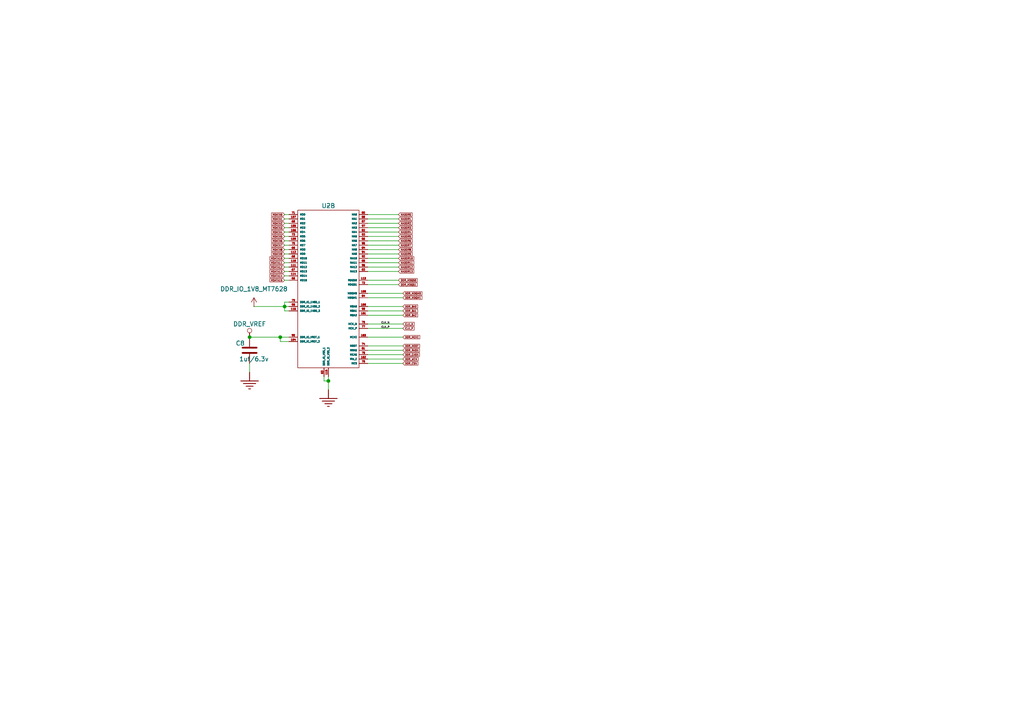
<source format=kicad_sch>
(kicad_sch
	(version 20250114)
	(generator "eeschema")
	(generator_version "9.0")
	(uuid "33e8bef9-2bd7-4fa7-92db-ff80a550852a")
	(paper "A4")
	(lib_symbols
		(symbol "Device:C"
			(pin_numbers
				(hide yes)
			)
			(pin_names
				(offset 0.254)
			)
			(exclude_from_sim no)
			(in_bom yes)
			(on_board yes)
			(property "Reference" "C"
				(at 0.635 2.54 0)
				(effects
					(font
						(size 1.27 1.27)
					)
					(justify left)
				)
			)
			(property "Value" "C"
				(at 0.635 -2.54 0)
				(effects
					(font
						(size 1.27 1.27)
					)
					(justify left)
				)
			)
			(property "Footprint" ""
				(at 0.9652 -3.81 0)
				(effects
					(font
						(size 1.27 1.27)
					)
					(hide yes)
				)
			)
			(property "Datasheet" "~"
				(at 0 0 0)
				(effects
					(font
						(size 1.27 1.27)
					)
					(hide yes)
				)
			)
			(property "Description" "Unpolarized capacitor"
				(at 0 0 0)
				(effects
					(font
						(size 1.27 1.27)
					)
					(hide yes)
				)
			)
			(property "ki_keywords" "cap capacitor"
				(at 0 0 0)
				(effects
					(font
						(size 1.27 1.27)
					)
					(hide yes)
				)
			)
			(property "ki_fp_filters" "C_*"
				(at 0 0 0)
				(effects
					(font
						(size 1.27 1.27)
					)
					(hide yes)
				)
			)
			(symbol "C_0_1"
				(polyline
					(pts
						(xy -2.032 0.762) (xy 2.032 0.762)
					)
					(stroke
						(width 0.508)
						(type default)
					)
					(fill
						(type none)
					)
				)
				(polyline
					(pts
						(xy -2.032 -0.762) (xy 2.032 -0.762)
					)
					(stroke
						(width 0.508)
						(type default)
					)
					(fill
						(type none)
					)
				)
			)
			(symbol "C_1_1"
				(pin passive line
					(at 0 3.81 270)
					(length 2.794)
					(name "~"
						(effects
							(font
								(size 1.27 1.27)
							)
						)
					)
					(number "1"
						(effects
							(font
								(size 1.27 1.27)
							)
						)
					)
				)
				(pin passive line
					(at 0 -3.81 90)
					(length 2.794)
					(name "~"
						(effects
							(font
								(size 1.27 1.27)
							)
						)
					)
					(number "2"
						(effects
							(font
								(size 1.27 1.27)
							)
						)
					)
				)
			)
			(embedded_fonts no)
		)
		(symbol "MT7688AN_Power-altium-import:3.3VD_CIRCLE"
			(power)
			(exclude_from_sim no)
			(in_bom yes)
			(on_board yes)
			(property "Reference" "#PWR"
				(at 0 0 0)
				(effects
					(font
						(size 1.27 1.27)
					)
					(hide yes)
				)
			)
			(property "Value" "3.3VD"
				(at 0 -3.81 0)
				(effects
					(font
						(size 1.27 1.27)
					)
				)
			)
			(property "Footprint" ""
				(at 0 0 0)
				(effects
					(font
						(size 1.27 1.27)
					)
					(hide yes)
				)
			)
			(property "Datasheet" ""
				(at 0 0 0)
				(effects
					(font
						(size 1.27 1.27)
					)
					(hide yes)
				)
			)
			(property "Description" "Power symbol creates a global label with name '3.3VD'"
				(at 0 0 0)
				(effects
					(font
						(size 1.27 1.27)
					)
					(hide yes)
				)
			)
			(property "ki_keywords" "power-flag"
				(at 0 0 0)
				(effects
					(font
						(size 1.27 1.27)
					)
					(hide yes)
				)
			)
			(symbol "3.3VD_CIRCLE_0_0"
				(polyline
					(pts
						(xy 0 0) (xy 0 -1.27)
					)
					(stroke
						(width 0.254)
						(type solid)
					)
					(fill
						(type none)
					)
				)
				(circle
					(center 0 -1.905)
					(radius 0.635)
					(stroke
						(width 0.127)
						(type solid)
					)
					(fill
						(type none)
					)
				)
				(pin power_in line
					(at 0 0 0)
					(length 0)
					(hide yes)
					(name "3.3VD"
						(effects
							(font
								(size 1.27 1.27)
							)
						)
					)
					(number ""
						(effects
							(font
								(size 1.27 1.27)
							)
						)
					)
				)
			)
			(embedded_fonts no)
		)
		(symbol "MT7688AN_Power-altium-import:GND_POWER_GROUND"
			(power)
			(exclude_from_sim no)
			(in_bom yes)
			(on_board yes)
			(property "Reference" "#PWR"
				(at 0 0 0)
				(effects
					(font
						(size 1.27 1.27)
					)
					(hide yes)
				)
			)
			(property "Value" "GND"
				(at 0 -6.35 0)
				(effects
					(font
						(size 1.27 1.27)
					)
				)
			)
			(property "Footprint" ""
				(at 0 0 0)
				(effects
					(font
						(size 1.27 1.27)
					)
					(hide yes)
				)
			)
			(property "Datasheet" ""
				(at 0 0 0)
				(effects
					(font
						(size 1.27 1.27)
					)
					(hide yes)
				)
			)
			(property "Description" "Power symbol creates a global label with name 'GND'"
				(at 0 0 0)
				(effects
					(font
						(size 1.27 1.27)
					)
					(hide yes)
				)
			)
			(property "ki_keywords" "power-flag"
				(at 0 0 0)
				(effects
					(font
						(size 1.27 1.27)
					)
					(hide yes)
				)
			)
			(symbol "GND_POWER_GROUND_0_0"
				(polyline
					(pts
						(xy -2.54 -2.54) (xy 2.54 -2.54)
					)
					(stroke
						(width 0.254)
						(type solid)
					)
					(fill
						(type none)
					)
				)
				(polyline
					(pts
						(xy -1.778 -3.302) (xy 1.778 -3.302)
					)
					(stroke
						(width 0.254)
						(type solid)
					)
					(fill
						(type none)
					)
				)
				(polyline
					(pts
						(xy -1.016 -4.064) (xy 1.016 -4.064)
					)
					(stroke
						(width 0.254)
						(type solid)
					)
					(fill
						(type none)
					)
				)
				(polyline
					(pts
						(xy -0.254 -4.826) (xy 0.254 -4.826)
					)
					(stroke
						(width 0.254)
						(type solid)
					)
					(fill
						(type none)
					)
				)
				(polyline
					(pts
						(xy 0 0) (xy 0 -2.54)
					)
					(stroke
						(width 0.254)
						(type solid)
					)
					(fill
						(type none)
					)
				)
				(pin power_in line
					(at 0 0 0)
					(length 0)
					(hide yes)
					(name "GND"
						(effects
							(font
								(size 1.27 1.27)
							)
						)
					)
					(number ""
						(effects
							(font
								(size 1.27 1.27)
							)
						)
					)
				)
			)
			(embedded_fonts no)
		)
		(symbol "mt7628_222:MT7628_*"
			(exclude_from_sim no)
			(in_bom yes)
			(on_board yes)
			(property "Reference" "U1"
				(at -1.016 13.97 0)
				(effects
					(font
						(size 1.27 1.27)
					)
					(hide yes)
				)
			)
			(property "Value" ""
				(at 0 0 0)
				(effects
					(font
						(size 1.27 1.27)
					)
				)
			)
			(property "Footprint" ""
				(at 0 0 0)
				(effects
					(font
						(size 1.27 1.27)
					)
					(hide yes)
				)
			)
			(property "Datasheet" ""
				(at 0 0 0)
				(effects
					(font
						(size 1.27 1.27)
					)
					(hide yes)
				)
			)
			(property "Description" ""
				(at 0 0 0)
				(effects
					(font
						(size 1.27 1.27)
					)
					(hide yes)
				)
			)
			(property "ki_locked" ""
				(at 0 0 0)
				(effects
					(font
						(size 1.27 1.27)
					)
				)
			)
			(symbol "MT7628_*_1_1"
				(rectangle
					(start -6.35 6.35)
					(end 7.62 -34.29)
					(stroke
						(width 0)
						(type default)
					)
					(fill
						(type none)
					)
				)
				(pin power_in line
					(at -8.89 2.54 0)
					(length 2.54)
					(name "AVDD33_WF_RFDIG"
						(effects
							(font
								(size 0.508 0.508)
							)
						)
					)
					(number "149"
						(effects
							(font
								(size 0.508 0.508)
							)
						)
					)
				)
				(pin power_in line
					(at -8.89 -2.54 0)
					(length 2.54)
					(name "AVDD33_WF_SX"
						(effects
							(font
								(size 0.508 0.508)
							)
						)
					)
					(number "154"
						(effects
							(font
								(size 0.508 0.508)
							)
						)
					)
				)
				(pin power_in line
					(at -8.89 -7.62 0)
					(length 2.54)
					(name "AVDD33_XTAL"
						(effects
							(font
								(size 0.508 0.508)
							)
						)
					)
					(number "150"
						(effects
							(font
								(size 0.508 0.508)
							)
						)
					)
				)
				(pin input line
					(at -8.89 -13.97 0)
					(length 2.54)
					(name "XTALIN"
						(effects
							(font
								(size 0.508 0.508)
							)
						)
					)
					(number "151"
						(effects
							(font
								(size 0.508 0.508)
							)
						)
					)
				)
				(pin power_in line
					(at -8.89 -20.32 0)
					(length 2.54)
					(name "AVSS33_XTAL"
						(effects
							(font
								(size 0.508 0.508)
							)
						)
					)
					(number "152"
						(effects
							(font
								(size 0.508 0.508)
							)
						)
					)
				)
				(pin output line
					(at -8.89 -26.67 0)
					(length 2.54)
					(name "CLKOUTP"
						(effects
							(font
								(size 0.508 0.508)
							)
						)
					)
					(number "153"
						(effects
							(font
								(size 0.508 0.508)
							)
						)
					)
				)
				(pin bidirectional line
					(at 10.16 3.81 180)
					(length 2.54)
					(name "WF0_LNA_EXT"
						(effects
							(font
								(size 0.508 0.508)
							)
						)
					)
					(number "156"
						(effects
							(font
								(size 0.508 0.508)
							)
						)
					)
				)
				(pin bidirectional line
					(at 10.16 2.54 180)
					(length 2.54)
					(name "WF1_LNA_EXT"
						(effects
							(font
								(size 0.508 0.508)
							)
						)
					)
					(number "9"
						(effects
							(font
								(size 0.508 0.508)
							)
						)
					)
				)
				(pin bidirectional line
					(at 10.16 0 180)
					(length 2.54)
					(name "AVSS33_RF_3"
						(effects
							(font
								(size 0.508 0.508)
							)
						)
					)
					(number "7"
						(effects
							(font
								(size 0.508 0.508)
							)
						)
					)
				)
				(pin bidirectional line
					(at 10.16 -2.54 180)
					(length 2.54)
					(name "WF0_RFIOP_1"
						(effects
							(font
								(size 0.508 0.508)
							)
						)
					)
					(number "5"
						(effects
							(font
								(size 0.508 0.508)
							)
						)
					)
				)
				(pin bidirectional line
					(at 10.16 -3.81 180)
					(length 2.54)
					(name "WF0_RFIOP_2"
						(effects
							(font
								(size 0.508 0.508)
							)
						)
					)
					(number "6"
						(effects
							(font
								(size 0.508 0.508)
							)
						)
					)
				)
				(pin bidirectional line
					(at 10.16 -6.35 180)
					(length 2.54)
					(name "WF0_RFION_1"
						(effects
							(font
								(size 0.508 0.508)
							)
						)
					)
					(number "3"
						(effects
							(font
								(size 0.508 0.508)
							)
						)
					)
				)
				(pin bidirectional line
					(at 10.16 -7.62 180)
					(length 2.54)
					(name "WF0_RFION_2"
						(effects
							(font
								(size 0.508 0.508)
							)
						)
					)
					(number "4"
						(effects
							(font
								(size 0.508 0.508)
							)
						)
					)
				)
				(pin bidirectional line
					(at 10.16 -10.16 180)
					(length 2.54)
					(name "AVSS33_RF_1"
						(effects
							(font
								(size 0.508 0.508)
							)
						)
					)
					(number "1"
						(effects
							(font
								(size 0.508 0.508)
							)
						)
					)
				)
				(pin bidirectional line
					(at 10.16 -11.43 180)
					(length 2.54)
					(name "AVSS33_RF_2"
						(effects
							(font
								(size 0.508 0.508)
							)
						)
					)
					(number "2"
						(effects
							(font
								(size 0.508 0.508)
							)
						)
					)
				)
				(pin bidirectional line
					(at 10.16 -13.97 180)
					(length 2.54)
					(name "AVSS33_RF_5"
						(effects
							(font
								(size 0.508 0.508)
							)
						)
					)
					(number "13"
						(effects
							(font
								(size 0.508 0.508)
							)
						)
					)
				)
				(pin bidirectional line
					(at 10.16 -16.51 180)
					(length 2.54)
					(name "WF1_RFIOP"
						(effects
							(font
								(size 0.508 0.508)
							)
						)
					)
					(number "12"
						(effects
							(font
								(size 0.508 0.508)
							)
						)
					)
				)
				(pin bidirectional line
					(at 10.16 -19.05 180)
					(length 2.54)
					(name "WF1_RFION"
						(effects
							(font
								(size 0.508 0.508)
							)
						)
					)
					(number "11"
						(effects
							(font
								(size 0.508 0.508)
							)
						)
					)
				)
				(pin bidirectional line
					(at 10.16 -21.59 180)
					(length 2.54)
					(name "AVSS33_RF_4"
						(effects
							(font
								(size 0.508 0.508)
							)
						)
					)
					(number "10"
						(effects
							(font
								(size 0.508 0.508)
							)
						)
					)
				)
				(pin bidirectional line
					(at 10.16 -24.13 180)
					(length 2.54)
					(name "AVDD33_WF0_TX"
						(effects
							(font
								(size 0.508 0.508)
							)
						)
					)
					(number "8"
						(effects
							(font
								(size 0.508 0.508)
							)
						)
					)
				)
				(pin power_in line
					(at 10.16 -26.67 180)
					(length 2.54)
					(name "AVDD33_WF1_TX"
						(effects
							(font
								(size 0.508 0.508)
							)
						)
					)
					(number "14"
						(effects
							(font
								(size 0.508 0.508)
							)
						)
					)
				)
				(pin power_in line
					(at 10.16 -29.21 180)
					(length 2.54)
					(name "AVDD33_WF0_TRX"
						(effects
							(font
								(size 0.508 0.508)
							)
						)
					)
					(number "155"
						(effects
							(font
								(size 0.508 0.508)
							)
						)
					)
				)
				(pin power_out line
					(at 10.16 -31.75 180)
					(length 2.54)
					(name "AVDD33_WF1_TRX"
						(effects
							(font
								(size 0.508 0.508)
							)
						)
					)
					(number "15"
						(effects
							(font
								(size 0.508 0.508)
							)
						)
					)
				)
			)
			(symbol "MT7628_*_2_1"
				(rectangle
					(start -8.89 11.43)
					(end 8.89 -34.29)
					(stroke
						(width 0)
						(type default)
					)
					(fill
						(type none)
					)
				)
				(pin bidirectional line
					(at -11.43 10.16 0)
					(length 2.54)
					(name "MD0"
						(effects
							(font
								(size 0.508 0.508)
							)
						)
					)
					(number "71"
						(effects
							(font
								(size 0.508 0.508)
							)
						)
					)
				)
				(pin bidirectional line
					(at -11.43 8.89 0)
					(length 2.54)
					(name "MD1"
						(effects
							(font
								(size 0.508 0.508)
							)
						)
					)
					(number "107"
						(effects
							(font
								(size 0.508 0.508)
							)
						)
					)
				)
				(pin bidirectional line
					(at -11.43 7.62 0)
					(length 2.54)
					(name "MD2"
						(effects
							(font
								(size 0.508 0.508)
							)
						)
					)
					(number "69"
						(effects
							(font
								(size 0.508 0.508)
							)
						)
					)
				)
				(pin bidirectional line
					(at -11.43 6.35 0)
					(length 2.54)
					(name "MD3"
						(effects
							(font
								(size 0.508 0.508)
							)
						)
					)
					(number "105"
						(effects
							(font
								(size 0.508 0.508)
							)
						)
					)
				)
				(pin bidirectional line
					(at -11.43 5.08 0)
					(length 2.54)
					(name "MD4"
						(effects
							(font
								(size 0.508 0.508)
							)
						)
					)
					(number "106"
						(effects
							(font
								(size 0.508 0.508)
							)
						)
					)
				)
				(pin bidirectional line
					(at -11.43 3.81 0)
					(length 2.54)
					(name "MD5"
						(effects
							(font
								(size 0.508 0.508)
							)
						)
					)
					(number "73"
						(effects
							(font
								(size 0.508 0.508)
							)
						)
					)
				)
				(pin bidirectional line
					(at -11.43 2.54 0)
					(length 2.54)
					(name "MD6"
						(effects
							(font
								(size 0.508 0.508)
							)
						)
					)
					(number "109"
						(effects
							(font
								(size 0.508 0.508)
							)
						)
					)
				)
				(pin bidirectional line
					(at -11.43 1.27 0)
					(length 2.54)
					(name "MD7"
						(effects
							(font
								(size 0.508 0.508)
							)
						)
					)
					(number "70"
						(effects
							(font
								(size 0.508 0.508)
							)
						)
					)
				)
				(pin bidirectional line
					(at -11.43 0 0)
					(length 2.54)
					(name "MD8"
						(effects
							(font
								(size 0.508 0.508)
							)
						)
					)
					(number "66"
						(effects
							(font
								(size 0.508 0.508)
							)
						)
					)
				)
				(pin bidirectional line
					(at -11.43 -1.27 0)
					(length 2.54)
					(name "MD9"
						(effects
							(font
								(size 0.508 0.508)
							)
						)
					)
					(number "112"
						(effects
							(font
								(size 0.508 0.508)
							)
						)
					)
				)
				(pin bidirectional line
					(at -11.43 -2.54 0)
					(length 2.54)
					(name "MD10"
						(effects
							(font
								(size 0.508 0.508)
							)
						)
					)
					(number "68"
						(effects
							(font
								(size 0.508 0.508)
							)
						)
					)
				)
				(pin bidirectional line
					(at -11.43 -3.81 0)
					(length 2.54)
					(name "MD11"
						(effects
							(font
								(size 0.508 0.508)
							)
						)
					)
					(number "110"
						(effects
							(font
								(size 0.508 0.508)
							)
						)
					)
				)
				(pin bidirectional line
					(at -11.43 -5.08 0)
					(length 2.54)
					(name "MD12"
						(effects
							(font
								(size 0.508 0.508)
							)
						)
					)
					(number "111"
						(effects
							(font
								(size 0.508 0.508)
							)
						)
					)
				)
				(pin bidirectional line
					(at -11.43 -6.35 0)
					(length 2.54)
					(name "MD13"
						(effects
							(font
								(size 0.508 0.508)
							)
						)
					)
					(number "67"
						(effects
							(font
								(size 0.508 0.508)
							)
						)
					)
				)
				(pin bidirectional line
					(at -11.43 -7.62 0)
					(length 2.54)
					(name "MD14"
						(effects
							(font
								(size 0.508 0.508)
							)
						)
					)
					(number "114"
						(effects
							(font
								(size 0.508 0.508)
							)
						)
					)
				)
				(pin bidirectional line
					(at -11.43 -8.89 0)
					(length 2.54)
					(name "MD15"
						(effects
							(font
								(size 0.508 0.508)
							)
						)
					)
					(number "65"
						(effects
							(font
								(size 0.508 0.508)
							)
						)
					)
				)
				(pin bidirectional line
					(at -11.43 -15.24 0)
					(length 2.54)
					(name "DDR_IO_1V8D_1"
						(effects
							(font
								(size 0.508 0.508)
							)
						)
					)
					(number "79"
						(effects
							(font
								(size 0.508 0.508)
							)
						)
					)
				)
				(pin bidirectional line
					(at -11.43 -16.51 0)
					(length 2.54)
					(name "DDR_IO_1V8D_2"
						(effects
							(font
								(size 0.508 0.508)
							)
						)
					)
					(number "98"
						(effects
							(font
								(size 0.508 0.508)
							)
						)
					)
				)
				(pin bidirectional line
					(at -11.43 -17.78 0)
					(length 2.54)
					(name "DDR_IO_1V8D_3"
						(effects
							(font
								(size 0.508 0.508)
							)
						)
					)
					(number "116"
						(effects
							(font
								(size 0.508 0.508)
							)
						)
					)
				)
				(pin bidirectional line
					(at -11.43 -25.4 0)
					(length 2.54)
					(name "DDR_IO_VREF_1"
						(effects
							(font
								(size 0.508 0.508)
							)
						)
					)
					(number "90"
						(effects
							(font
								(size 0.508 0.508)
							)
						)
					)
				)
				(pin bidirectional line
					(at -11.43 -26.67 0)
					(length 2.54)
					(name "DDR_IO_VREF_2"
						(effects
							(font
								(size 0.508 0.508)
							)
						)
					)
					(number "104"
						(effects
							(font
								(size 0.508 0.508)
							)
						)
					)
				)
				(pin power_in line
					(at -1.27 -36.83 90)
					(length 2.54)
					(name "DDR_IO_VSS_1"
						(effects
							(font
								(size 0.508 0.508)
							)
						)
					)
					(number "63"
						(effects
							(font
								(size 0.508 0.508)
							)
						)
					)
				)
				(pin power_in line
					(at 0 -36.83 90)
					(length 2.54)
					(name "DDR_IO_VSS_2"
						(effects
							(font
								(size 0.508 0.508)
							)
						)
					)
					(number "115"
						(effects
							(font
								(size 0.508 0.508)
							)
						)
					)
				)
				(pin bidirectional line
					(at 11.43 10.16 180)
					(length 2.54)
					(name "MA0"
						(effects
							(font
								(size 0.508 0.508)
							)
						)
					)
					(number "80"
						(effects
							(font
								(size 0.508 0.508)
							)
						)
					)
				)
				(pin bidirectional line
					(at 11.43 8.89 180)
					(length 2.54)
					(name "MA1"
						(effects
							(font
								(size 0.508 0.508)
							)
						)
					)
					(number "88"
						(effects
							(font
								(size 0.508 0.508)
							)
						)
					)
				)
				(pin bidirectional line
					(at 11.43 7.62 180)
					(length 2.54)
					(name "MA2"
						(effects
							(font
								(size 0.508 0.508)
							)
						)
					)
					(number "87"
						(effects
							(font
								(size 0.508 0.508)
							)
						)
					)
				)
				(pin bidirectional line
					(at 11.43 6.35 180)
					(length 2.54)
					(name "MA3"
						(effects
							(font
								(size 0.508 0.508)
							)
						)
					)
					(number "97"
						(effects
							(font
								(size 0.508 0.508)
							)
						)
					)
				)
				(pin bidirectional line
					(at 11.43 5.08 180)
					(length 2.54)
					(name "MA4"
						(effects
							(font
								(size 0.508 0.508)
							)
						)
					)
					(number "82"
						(effects
							(font
								(size 0.508 0.508)
							)
						)
					)
				)
				(pin bidirectional line
					(at 11.43 3.81 180)
					(length 2.54)
					(name "MA5"
						(effects
							(font
								(size 0.508 0.508)
							)
						)
					)
					(number "93"
						(effects
							(font
								(size 0.508 0.508)
							)
						)
					)
				)
				(pin bidirectional line
					(at 11.43 2.54 180)
					(length 2.54)
					(name "MA6"
						(effects
							(font
								(size 0.508 0.508)
							)
						)
					)
					(number "86"
						(effects
							(font
								(size 0.508 0.508)
							)
						)
					)
				)
				(pin bidirectional line
					(at 11.43 1.27 180)
					(length 2.54)
					(name "MA7"
						(effects
							(font
								(size 0.508 0.508)
							)
						)
					)
					(number "95"
						(effects
							(font
								(size 0.508 0.508)
							)
						)
					)
				)
				(pin bidirectional line
					(at 11.43 0 180)
					(length 2.54)
					(name "MA8"
						(effects
							(font
								(size 0.508 0.508)
							)
						)
					)
					(number "84"
						(effects
							(font
								(size 0.508 0.508)
							)
						)
					)
				)
				(pin bidirectional line
					(at 11.43 -1.27 180)
					(length 2.54)
					(name "MA9"
						(effects
							(font
								(size 0.508 0.508)
							)
						)
					)
					(number "94"
						(effects
							(font
								(size 0.508 0.508)
							)
						)
					)
				)
				(pin bidirectional line
					(at 11.43 -2.54 180)
					(length 2.54)
					(name "MA10"
						(effects
							(font
								(size 0.508 0.508)
							)
						)
					)
					(number "92"
						(effects
							(font
								(size 0.508 0.508)
							)
						)
					)
				)
				(pin bidirectional line
					(at 11.43 -3.81 180)
					(length 2.54)
					(name "MA11"
						(effects
							(font
								(size 0.508 0.508)
							)
						)
					)
					(number "85"
						(effects
							(font
								(size 0.508 0.508)
							)
						)
					)
				)
				(pin bidirectional line
					(at 11.43 -5.08 180)
					(length 2.54)
					(name "MA12"
						(effects
							(font
								(size 0.508 0.508)
							)
						)
					)
					(number "96"
						(effects
							(font
								(size 0.508 0.508)
							)
						)
					)
				)
				(pin bidirectional line
					(at 11.43 -6.35 180)
					(length 2.54)
					(name "MA13"
						(effects
							(font
								(size 0.508 0.508)
							)
						)
					)
					(number "83"
						(effects
							(font
								(size 0.508 0.508)
							)
						)
					)
				)
				(pin bidirectional line
					(at 11.43 -8.89 180)
					(length 2.54)
					(name "MDQS0"
						(effects
							(font
								(size 0.508 0.508)
							)
						)
					)
					(number "113"
						(effects
							(font
								(size 0.508 0.508)
							)
						)
					)
				)
				(pin bidirectional line
					(at 11.43 -10.16 180)
					(length 2.54)
					(name "MDQS1"
						(effects
							(font
								(size 0.508 0.508)
							)
						)
					)
					(number "72"
						(effects
							(font
								(size 0.508 0.508)
							)
						)
					)
				)
				(pin bidirectional line
					(at 11.43 -12.7 180)
					(length 2.54)
					(name "MDQM0"
						(effects
							(font
								(size 0.508 0.508)
							)
						)
					)
					(number "108"
						(effects
							(font
								(size 0.508 0.508)
							)
						)
					)
				)
				(pin bidirectional line
					(at 11.43 -13.97 180)
					(length 2.54)
					(name "MDQM1"
						(effects
							(font
								(size 0.508 0.508)
							)
						)
					)
					(number "64"
						(effects
							(font
								(size 0.508 0.508)
							)
						)
					)
				)
				(pin bidirectional line
					(at 11.43 -16.51 180)
					(length 2.54)
					(name "MBA0"
						(effects
							(font
								(size 0.508 0.508)
							)
						)
					)
					(number "100"
						(effects
							(font
								(size 0.508 0.508)
							)
						)
					)
				)
				(pin bidirectional line
					(at 11.43 -17.78 180)
					(length 2.54)
					(name "MBA1"
						(effects
							(font
								(size 0.508 0.508)
							)
						)
					)
					(number "99"
						(effects
							(font
								(size 0.508 0.508)
							)
						)
					)
				)
				(pin bidirectional line
					(at 11.43 -19.05 180)
					(length 2.54)
					(name "MBA2"
						(effects
							(font
								(size 0.508 0.508)
							)
						)
					)
					(number "101"
						(effects
							(font
								(size 0.508 0.508)
							)
						)
					)
				)
				(pin bidirectional line
					(at 11.43 -21.59 180)
					(length 2.54)
					(name "MCK_N"
						(effects
							(font
								(size 0.508 0.508)
							)
						)
					)
					(number "76"
						(effects
							(font
								(size 0.508 0.508)
							)
						)
					)
				)
				(pin bidirectional line
					(at 11.43 -22.86 180)
					(length 2.54)
					(name "MCK_P"
						(effects
							(font
								(size 0.508 0.508)
							)
						)
					)
					(number "77"
						(effects
							(font
								(size 0.508 0.508)
							)
						)
					)
				)
				(pin bidirectional line
					(at 11.43 -25.4 180)
					(length 2.54)
					(name "MCKE"
						(effects
							(font
								(size 0.508 0.508)
							)
						)
					)
					(number "103"
						(effects
							(font
								(size 0.508 0.508)
							)
						)
					)
				)
				(pin bidirectional line
					(at 11.43 -27.94 180)
					(length 2.54)
					(name "MODT"
						(effects
							(font
								(size 0.508 0.508)
							)
						)
					)
					(number "74"
						(effects
							(font
								(size 0.508 0.508)
							)
						)
					)
				)
				(pin bidirectional line
					(at 11.43 -29.21 180)
					(length 2.54)
					(name "MRAS"
						(effects
							(font
								(size 0.508 0.508)
							)
						)
					)
					(number "81"
						(effects
							(font
								(size 0.508 0.508)
							)
						)
					)
				)
				(pin bidirectional line
					(at 11.43 -30.48 180)
					(length 2.54)
					(name "MCAS"
						(effects
							(font
								(size 0.508 0.508)
							)
						)
					)
					(number "75"
						(effects
							(font
								(size 0.508 0.508)
							)
						)
					)
				)
				(pin bidirectional line
					(at 11.43 -31.75 180)
					(length 2.54)
					(name "MW_E"
						(effects
							(font
								(size 0.508 0.508)
							)
						)
					)
					(number "102"
						(effects
							(font
								(size 0.508 0.508)
							)
						)
					)
				)
				(pin bidirectional line
					(at 11.43 -33.02 180)
					(length 2.54)
					(name "MCS"
						(effects
							(font
								(size 0.508 0.508)
							)
						)
					)
					(number "78"
						(effects
							(font
								(size 0.508 0.508)
							)
						)
					)
				)
			)
			(symbol "MT7628_*_3_1"
				(rectangle
					(start -5.08 1.27)
					(end 6.35 -21.59)
					(stroke
						(width 0)
						(type default)
					)
					(fill
						(type none)
					)
				)
				(pin bidirectional line
					(at -7.62 0 0)
					(length 2.54)
					(name "SPI_MISO"
						(effects
							(font
								(size 0.508 0.508)
							)
						)
					)
					(number "26"
						(effects
							(font
								(size 0.508 0.508)
							)
						)
					)
				)
				(pin bidirectional line
					(at -7.62 -1.27 0)
					(length 2.54)
					(name "SPI_MOSI"
						(effects
							(font
								(size 0.508 0.508)
							)
						)
					)
					(number "27"
						(effects
							(font
								(size 0.508 0.508)
							)
						)
					)
				)
				(pin bidirectional line
					(at -7.62 -2.54 0)
					(length 2.54)
					(name "SPI_CLK"
						(effects
							(font
								(size 0.508 0.508)
							)
						)
					)
					(number "25"
						(effects
							(font
								(size 0.508 0.508)
							)
						)
					)
				)
				(pin bidirectional line
					(at -7.62 -3.81 0)
					(length 2.54)
					(name "SPI_CS0"
						(effects
							(font
								(size 0.508 0.508)
							)
						)
					)
					(number "28"
						(effects
							(font
								(size 0.508 0.508)
							)
						)
					)
				)
				(pin bidirectional line
					(at -7.62 -5.08 0)
					(length 2.54)
					(name "SPI_CS1"
						(effects
							(font
								(size 0.508 0.508)
							)
						)
					)
					(number "24"
						(effects
							(font
								(size 0.508 0.508)
							)
						)
					)
				)
				(pin bidirectional line
					(at -7.62 -10.16 0)
					(length 2.54)
					(name "I2C_SCLK"
						(effects
							(font
								(size 0.508 0.508)
							)
						)
					)
					(number "20"
						(effects
							(font
								(size 0.508 0.508)
							)
						)
					)
				)
				(pin bidirectional line
					(at -7.62 -11.43 0)
					(length 2.54)
					(name "I2C_SD"
						(effects
							(font
								(size 0.508 0.508)
							)
						)
					)
					(number "21"
						(effects
							(font
								(size 0.508 0.508)
							)
						)
					)
				)
				(pin bidirectional line
					(at -7.62 -13.97 0)
					(length 2.54)
					(name "GPIO0"
						(effects
							(font
								(size 0.508 0.508)
							)
						)
					)
					(number "29"
						(effects
							(font
								(size 0.508 0.508)
							)
						)
					)
				)
				(pin bidirectional line
					(at -7.62 -16.51 0)
					(length 2.54)
					(name "PORST_N"
						(effects
							(font
								(size 0.508 0.508)
							)
						)
					)
					(number "138"
						(effects
							(font
								(size 0.508 0.508)
							)
						)
					)
				)
				(pin bidirectional line
					(at -7.62 -17.78 0)
					(length 2.54)
					(name "WDT_RST_N"
						(effects
							(font
								(size 0.508 0.508)
							)
						)
					)
					(number "137"
						(effects
							(font
								(size 0.508 0.508)
							)
						)
					)
				)
				(pin bidirectional line
					(at 0 -24.13 90)
					(length 2.54)
					(name "NC_1"
						(effects
							(font
								(size 0.508 0.508)
							)
						)
					)
					(number "37"
						(effects
							(font
								(size 0.508 0.508)
							)
						)
					)
				)
				(pin output line
					(at 8.89 -2.54 180)
					(length 2.54)
					(name "UART_TXD1"
						(effects
							(font
								(size 0.508 0.508)
							)
						)
					)
					(number "147"
						(effects
							(font
								(size 0.508 0.508)
							)
						)
					)
				)
				(pin input line
					(at 8.89 -3.81 180)
					(length 2.54)
					(name "UART_RXD1"
						(effects
							(font
								(size 0.508 0.508)
							)
						)
					)
					(number "148"
						(effects
							(font
								(size 0.508 0.508)
							)
						)
					)
				)
				(pin input line
					(at 8.89 -7.62 180)
					(length 2.54)
					(name "UART_RXD0"
						(effects
							(font
								(size 0.508 0.508)
							)
						)
					)
					(number "31"
						(effects
							(font
								(size 0.508 0.508)
							)
						)
					)
				)
				(pin output line
					(at 8.89 -8.89 180)
					(length 2.54)
					(name "UART_TXD0"
						(effects
							(font
								(size 0.508 0.508)
							)
						)
					)
					(number "30"
						(effects
							(font
								(size 0.508 0.508)
							)
						)
					)
				)
				(pin bidirectional line
					(at 8.89 -12.7 180)
					(length 2.54)
					(name "I2S_CLK"
						(effects
							(font
								(size 0.508 0.508)
							)
						)
					)
					(number "19"
						(effects
							(font
								(size 0.508 0.508)
							)
						)
					)
				)
				(pin output line
					(at 8.89 -13.97 180)
					(length 2.54)
					(name "I2S_WS"
						(effects
							(font
								(size 0.508 0.508)
							)
						)
					)
					(number "18"
						(effects
							(font
								(size 0.508 0.508)
							)
						)
					)
				)
				(pin output line
					(at 8.89 -15.24 180)
					(length 2.54)
					(name "I2S_SDI"
						(effects
							(font
								(size 0.508 0.508)
							)
						)
					)
					(number "16"
						(effects
							(font
								(size 0.508 0.508)
							)
						)
					)
				)
				(pin bidirectional line
					(at 8.89 -16.51 180)
					(length 2.54)
					(name "I2S_SDO"
						(effects
							(font
								(size 0.508 0.508)
							)
						)
					)
					(number "17"
						(effects
							(font
								(size 0.508 0.508)
							)
						)
					)
				)
				(pin bidirectional line
					(at 8.89 -17.78 180)
					(length 2.54)
					(name "REF_CLK0"
						(effects
							(font
								(size 0.508 0.508)
							)
						)
					)
					(number "136"
						(effects
							(font
								(size 0.508 0.508)
							)
						)
					)
				)
				(pin bidirectional line
					(at 8.89 -20.32 180)
					(length 2.54)
					(name "WLED_N"
						(effects
							(font
								(size 0.508 0.508)
							)
						)
					)
					(number "144"
						(effects
							(font
								(size 0.508 0.508)
							)
						)
					)
				)
			)
			(symbol "MT7628_*_4_1"
				(rectangle
					(start -8.89 11.43)
					(end 8.89 -12.7)
					(stroke
						(width 0)
						(type default)
					)
					(fill
						(type none)
					)
				)
				(pin power_in line
					(at -11.43 8.89 0)
					(length 2.54)
					(name "AVDD33_USB"
						(effects
							(font
								(size 0.508 0.508)
							)
						)
					)
					(number "60"
						(effects
							(font
								(size 0.508 0.508)
							)
						)
					)
				)
				(pin bidirectional line
					(at -11.43 0 0)
					(length 2.54)
					(name "USB_VRT"
						(effects
							(font
								(size 0.508 0.508)
							)
						)
					)
					(number "59"
						(effects
							(font
								(size 0.508 0.508)
							)
						)
					)
				)
				(pin bidirectional line
					(at -11.43 -6.35 0)
					(length 2.54)
					(name "USB_DP"
						(effects
							(font
								(size 0.508 0.508)
							)
						)
					)
					(number "61"
						(effects
							(font
								(size 0.508 0.508)
							)
						)
					)
				)
				(pin bidirectional line
					(at -11.43 -7.62 0)
					(length 2.54)
					(name "USB_DM"
						(effects
							(font
								(size 0.508 0.508)
							)
						)
					)
					(number "62"
						(effects
							(font
								(size 0.508 0.508)
							)
						)
					)
				)
				(pin power_in line
					(at 0 -15.24 90)
					(length 2.54)
					(name "PCIE_IO_VSS"
						(effects
							(font
								(size 0.508 0.508)
							)
						)
					)
					(number "128"
						(effects
							(font
								(size 0.508 0.508)
							)
						)
					)
				)
				(pin bidirectional line
					(at 11.43 10.16 180)
					(length 2.54)
					(name "AVDD12_PCIE"
						(effects
							(font
								(size 0.508 0.508)
							)
						)
					)
					(number "131"
						(effects
							(font
								(size 0.508 0.508)
							)
						)
					)
				)
				(pin bidirectional line
					(at 11.43 7.62 180)
					(length 2.54)
					(name "AVDD33_PCIE"
						(effects
							(font
								(size 0.508 0.508)
							)
						)
					)
					(number "134"
						(effects
							(font
								(size 0.508 0.508)
							)
						)
					)
				)
				(pin bidirectional line
					(at 11.43 5.08 180)
					(length 2.54)
					(name "PERST_N"
						(effects
							(font
								(size 0.508 0.508)
							)
						)
					)
					(number "135"
						(effects
							(font
								(size 0.508 0.508)
							)
						)
					)
				)
				(pin bidirectional line
					(at 11.43 2.54 180)
					(length 2.54)
					(name "PCIE_CKP0"
						(effects
							(font
								(size 0.508 0.508)
							)
						)
					)
					(number "133"
						(effects
							(font
								(size 0.508 0.508)
							)
						)
					)
				)
				(pin bidirectional line
					(at 11.43 1.27 180)
					(length 2.54)
					(name "PCIE_CKN0"
						(effects
							(font
								(size 0.508 0.508)
							)
						)
					)
					(number "132"
						(effects
							(font
								(size 0.508 0.508)
							)
						)
					)
				)
				(pin bidirectional line
					(at 11.43 -1.27 180)
					(length 2.54)
					(name "PCIE_TXP0"
						(effects
							(font
								(size 0.508 0.508)
							)
						)
					)
					(number "127"
						(effects
							(font
								(size 0.508 0.508)
							)
						)
					)
				)
				(pin bidirectional line
					(at 11.43 -3.81 180)
					(length 2.54)
					(name "PCIE_TXN0"
						(effects
							(font
								(size 0.508 0.508)
							)
						)
					)
					(number "126"
						(effects
							(font
								(size 0.508 0.508)
							)
						)
					)
				)
				(pin bidirectional line
					(at 11.43 -7.62 180)
					(length 2.54)
					(name "PCIE_RXP0"
						(effects
							(font
								(size 0.508 0.508)
							)
						)
					)
					(number "129"
						(effects
							(font
								(size 0.508 0.508)
							)
						)
					)
				)
				(pin bidirectional line
					(at 11.43 -8.89 180)
					(length 2.54)
					(name "PCIE_RXN0"
						(effects
							(font
								(size 0.508 0.508)
							)
						)
					)
					(number "130"
						(effects
							(font
								(size 0.508 0.508)
							)
						)
					)
				)
			)
			(symbol "MT7628_*_5_1"
				(rectangle
					(start -8.89 17.78)
					(end 8.89 -13.97)
					(stroke
						(width 0)
						(type default)
					)
					(fill
						(type none)
					)
				)
				(pin power_in line
					(at -11.43 16.51 0)
					(length 2.54)
					(name "AVDD33_TX_P0"
						(effects
							(font
								(size 0.508 0.508)
							)
						)
					)
					(number "32"
						(effects
							(font
								(size 0.508 0.508)
							)
						)
					)
				)
				(pin power_in line
					(at -11.43 15.24 0)
					(length 2.54)
					(name "AVDD33_COM"
						(effects
							(font
								(size 0.508 0.508)
							)
						)
					)
					(number "38"
						(effects
							(font
								(size 0.508 0.508)
							)
						)
					)
				)
				(pin power_in line
					(at -11.43 13.97 0)
					(length 2.54)
					(name "AVDD33_TX_P1234_1"
						(effects
							(font
								(size 0.508 0.508)
							)
						)
					)
					(number "41"
						(effects
							(font
								(size 0.508 0.508)
							)
						)
					)
				)
				(pin power_in line
					(at -11.43 12.7 0)
					(length 2.54)
					(name "AVDD33_TX_P1234_2"
						(effects
							(font
								(size 0.508 0.508)
							)
						)
					)
					(number "53"
						(effects
							(font
								(size 0.508 0.508)
							)
						)
					)
				)
				(pin bidirectional line
					(at -11.43 5.08 0)
					(length 2.54)
					(name "EPHY_VRT"
						(effects
							(font
								(size 0.508 0.508)
							)
						)
					)
					(number "39"
						(effects
							(font
								(size 0.508 0.508)
							)
						)
					)
				)
				(pin bidirectional line
					(at -11.43 -2.54 0)
					(length 2.54)
					(name "EPHY_LED4_N_JTRST_N"
						(effects
							(font
								(size 0.508 0.508)
							)
						)
					)
					(number "139"
						(effects
							(font
								(size 0.508 0.508)
							)
						)
					)
				)
				(pin bidirectional line
					(at -11.43 -3.81 0)
					(length 2.54)
					(name "AVDD33_TX_P1234_2"
						(effects
							(font
								(size 0.508 0.508)
							)
						)
					)
					(number "140"
						(effects
							(font
								(size 0.508 0.508)
							)
						)
					)
				)
				(pin bidirectional line
					(at -11.43 -5.08 0)
					(length 2.54)
					(name "EPHY_LED2_N_JTMS"
						(effects
							(font
								(size 0.508 0.508)
							)
						)
					)
					(number "141"
						(effects
							(font
								(size 0.508 0.508)
							)
						)
					)
				)
				(pin bidirectional line
					(at -11.43 -6.35 0)
					(length 2.54)
					(name "EPHY_LED1_N_JTDI"
						(effects
							(font
								(size 0.508 0.508)
							)
						)
					)
					(number "142"
						(effects
							(font
								(size 0.508 0.508)
							)
						)
					)
				)
				(pin bidirectional line
					(at -11.43 -7.62 0)
					(length 2.54)
					(name "EPHY_LED0_N_JTDO"
						(effects
							(font
								(size 0.508 0.508)
							)
						)
					)
					(number "143"
						(effects
							(font
								(size 0.508 0.508)
							)
						)
					)
				)
				(pin bidirectional line
					(at 11.43 16.51 180)
					(length 2.54)
					(name "MDI_TN_P4"
						(effects
							(font
								(size 0.508 0.508)
							)
						)
					)
					(number "57"
						(effects
							(font
								(size 0.508 0.508)
							)
						)
					)
				)
				(pin bidirectional line
					(at 11.43 15.24 180)
					(length 2.54)
					(name "MDI_TP_P4"
						(effects
							(font
								(size 0.508 0.508)
							)
						)
					)
					(number "56"
						(effects
							(font
								(size 0.508 0.508)
							)
						)
					)
				)
				(pin bidirectional line
					(at 11.43 13.97 180)
					(length 2.54)
					(name "MDI_RN_P4"
						(effects
							(font
								(size 0.508 0.508)
							)
						)
					)
					(number "55"
						(effects
							(font
								(size 0.508 0.508)
							)
						)
					)
				)
				(pin bidirectional line
					(at 11.43 12.7 180)
					(length 2.54)
					(name "MDI_RP_P4"
						(effects
							(font
								(size 0.508 0.508)
							)
						)
					)
					(number "54"
						(effects
							(font
								(size 0.508 0.508)
							)
						)
					)
				)
				(pin bidirectional line
					(at 11.43 10.16 180)
					(length 2.54)
					(name "MDI_TN_P3"
						(effects
							(font
								(size 0.508 0.508)
							)
						)
					)
					(number "50"
						(effects
							(font
								(size 0.508 0.508)
							)
						)
					)
				)
				(pin bidirectional line
					(at 11.43 8.89 180)
					(length 2.54)
					(name "MDI_TP_P3"
						(effects
							(font
								(size 0.508 0.508)
							)
						)
					)
					(number "49"
						(effects
							(font
								(size 0.508 0.508)
							)
						)
					)
				)
				(pin bidirectional line
					(at 11.43 7.62 180)
					(length 2.54)
					(name "MDI_RN_P3"
						(effects
							(font
								(size 0.508 0.508)
							)
						)
					)
					(number "52"
						(effects
							(font
								(size 0.508 0.508)
							)
						)
					)
				)
				(pin bidirectional line
					(at 11.43 6.35 180)
					(length 2.54)
					(name "MDI_RP_P3"
						(effects
							(font
								(size 0.508 0.508)
							)
						)
					)
					(number "51"
						(effects
							(font
								(size 0.508 0.508)
							)
						)
					)
				)
				(pin bidirectional line
					(at 11.43 3.81 180)
					(length 2.54)
					(name "MDI_TN_P2"
						(effects
							(font
								(size 0.508 0.508)
							)
						)
					)
					(number "48"
						(effects
							(font
								(size 0.508 0.508)
							)
						)
					)
				)
				(pin bidirectional line
					(at 11.43 2.54 180)
					(length 2.54)
					(name "MDI_TP_P2"
						(effects
							(font
								(size 0.508 0.508)
							)
						)
					)
					(number "47"
						(effects
							(font
								(size 0.508 0.508)
							)
						)
					)
				)
				(pin bidirectional line
					(at 11.43 1.27 180)
					(length 2.54)
					(name "MDI_RN_P2"
						(effects
							(font
								(size 0.508 0.508)
							)
						)
					)
					(number "46"
						(effects
							(font
								(size 0.508 0.508)
							)
						)
					)
				)
				(pin bidirectional line
					(at 11.43 0 180)
					(length 2.54)
					(name "MDI_RP_P2"
						(effects
							(font
								(size 0.508 0.508)
							)
						)
					)
					(number "45"
						(effects
							(font
								(size 0.508 0.508)
							)
						)
					)
				)
				(pin bidirectional line
					(at 11.43 -2.54 180)
					(length 2.54)
					(name "MDI_TN_P1"
						(effects
							(font
								(size 0.508 0.508)
							)
						)
					)
					(number "42"
						(effects
							(font
								(size 0.508 0.508)
							)
						)
					)
				)
				(pin bidirectional line
					(at 11.43 -3.81 180)
					(length 2.54)
					(name "MDI_TP_P1"
						(effects
							(font
								(size 0.508 0.508)
							)
						)
					)
					(number "40"
						(effects
							(font
								(size 0.508 0.508)
							)
						)
					)
				)
				(pin bidirectional line
					(at 11.43 -5.08 180)
					(length 2.54)
					(name "MDI_RN_P1"
						(effects
							(font
								(size 0.508 0.508)
							)
						)
					)
					(number "44"
						(effects
							(font
								(size 0.508 0.508)
							)
						)
					)
				)
				(pin bidirectional line
					(at 11.43 -6.35 180)
					(length 2.54)
					(name "MDI_RP_P1"
						(effects
							(font
								(size 0.508 0.508)
							)
						)
					)
					(number "43"
						(effects
							(font
								(size 0.508 0.508)
							)
						)
					)
				)
				(pin bidirectional line
					(at 11.43 -8.89 180)
					(length 2.54)
					(name "MDI_TN_P0"
						(effects
							(font
								(size 0.508 0.508)
							)
						)
					)
					(number "36"
						(effects
							(font
								(size 0.508 0.508)
							)
						)
					)
				)
				(pin bidirectional line
					(at 11.43 -10.16 180)
					(length 2.54)
					(name "MDI_TP_P0"
						(effects
							(font
								(size 0.508 0.508)
							)
						)
					)
					(number "35"
						(effects
							(font
								(size 0.508 0.508)
							)
						)
					)
				)
				(pin bidirectional line
					(at 11.43 -11.43 180)
					(length 2.54)
					(name "MDI_RN_P0"
						(effects
							(font
								(size 0.508 0.508)
							)
						)
					)
					(number "34"
						(effects
							(font
								(size 0.508 0.508)
							)
						)
					)
				)
				(pin bidirectional line
					(at 11.43 -12.7 180)
					(length 2.54)
					(name "MDI_RP_P0"
						(effects
							(font
								(size 0.508 0.508)
							)
						)
					)
					(number "33"
						(effects
							(font
								(size 0.508 0.508)
							)
						)
					)
				)
			)
			(symbol "MT7628_*_6_1"
				(rectangle
					(start -8.89 8.89)
					(end 7.62 -11.43)
					(stroke
						(width 0)
						(type default)
					)
					(fill
						(type none)
					)
				)
				(pin bidirectional line
					(at -11.43 7.62 0)
					(length 2.54)
					(name "SOC_IO_V33D_1"
						(effects
							(font
								(size 0.508 0.508)
							)
						)
					)
					(number "23"
						(effects
							(font
								(size 0.508 0.508)
							)
						)
					)
				)
				(pin bidirectional line
					(at -11.43 6.35 0)
					(length 2.54)
					(name "SOC_IO_V33D_2"
						(effects
							(font
								(size 0.508 0.508)
							)
						)
					)
					(number "146"
						(effects
							(font
								(size 0.508 0.508)
							)
						)
					)
				)
				(pin bidirectional line
					(at -11.43 -2.54 0)
					(length 2.54)
					(name "SOC_CO_V12D_1"
						(effects
							(font
								(size 0.508 0.508)
							)
						)
					)
					(number "22"
						(effects
							(font
								(size 0.508 0.508)
							)
						)
					)
				)
				(pin bidirectional line
					(at -11.43 -3.81 0)
					(length 2.54)
					(name "SOC_CO_V12D_2"
						(effects
							(font
								(size 0.508 0.508)
							)
						)
					)
					(number "58"
						(effects
							(font
								(size 0.508 0.508)
							)
						)
					)
				)
				(pin bidirectional line
					(at -11.43 -5.08 0)
					(length 2.54)
					(name "SOC_CO_V12D_3"
						(effects
							(font
								(size 0.508 0.508)
							)
						)
					)
					(number "89"
						(effects
							(font
								(size 0.508 0.508)
							)
						)
					)
				)
				(pin bidirectional line
					(at -11.43 -6.35 0)
					(length 2.54)
					(name "SOC_CO_V12D_4"
						(effects
							(font
								(size 0.508 0.508)
							)
						)
					)
					(number "91"
						(effects
							(font
								(size 0.508 0.508)
							)
						)
					)
				)
				(pin bidirectional line
					(at -11.43 -7.62 0)
					(length 2.54)
					(name "SOC_CO_V12D_5"
						(effects
							(font
								(size 0.508 0.508)
							)
						)
					)
					(number "145"
						(effects
							(font
								(size 0.508 0.508)
							)
						)
					)
				)
				(pin power_in line
					(at -1.27 -13.97 90)
					(length 2.54)
					(name "EPAD"
						(effects
							(font
								(size 0.508 0.508)
							)
						)
					)
					(number "157"
						(effects
							(font
								(size 0.508 0.508)
							)
						)
					)
				)
				(pin power_in line
					(at 10.16 7.62 180)
					(length 2.54)
					(name "AVDD33_SMPS"
						(effects
							(font
								(size 0.508 0.508)
							)
						)
					)
					(number "117"
						(effects
							(font
								(size 0.508 0.508)
							)
						)
					)
				)
				(pin bidirectional line
					(at 10.16 3.81 180)
					(length 2.54)
					(name "LXBK_1"
						(effects
							(font
								(size 0.508 0.508)
							)
						)
					)
					(number "118"
						(effects
							(font
								(size 0.508 0.508)
							)
						)
					)
				)
				(pin bidirectional line
					(at 10.16 2.54 180)
					(length 2.54)
					(name "LXBK_2"
						(effects
							(font
								(size 0.508 0.508)
							)
						)
					)
					(number "119"
						(effects
							(font
								(size 0.508 0.508)
							)
						)
					)
				)
				(pin bidirectional line
					(at 10.16 0 180)
					(length 2.54)
					(name "VOUT_FB"
						(effects
							(font
								(size 0.508 0.508)
							)
						)
					)
					(number "122"
						(effects
							(font
								(size 0.508 0.508)
							)
						)
					)
				)
				(pin bidirectional line
					(at 10.16 -2.54 180)
					(length 2.54)
					(name "AVSS33_SMPS_1"
						(effects
							(font
								(size 0.508 0.508)
							)
						)
					)
					(number "120"
						(effects
							(font
								(size 0.508 0.508)
							)
						)
					)
				)
				(pin bidirectional line
					(at 10.16 -3.81 180)
					(length 2.54)
					(name "AVSS33_SMPS_2"
						(effects
							(font
								(size 0.508 0.508)
							)
						)
					)
					(number "121"
						(effects
							(font
								(size 0.508 0.508)
							)
						)
					)
				)
				(pin bidirectional line
					(at 10.16 -6.35 180)
					(length 2.54)
					(name "AVDD33_DDRLDO_1"
						(effects
							(font
								(size 0.508 0.508)
							)
						)
					)
					(number "123"
						(effects
							(font
								(size 0.508 0.508)
							)
						)
					)
				)
				(pin bidirectional line
					(at 10.16 -7.62 180)
					(length 2.54)
					(name "AVDD33_DDRLDO_2"
						(effects
							(font
								(size 0.508 0.508)
							)
						)
					)
					(number "124"
						(effects
							(font
								(size 0.508 0.508)
							)
						)
					)
				)
				(pin bidirectional line
					(at 10.16 -10.16 180)
					(length 2.54)
					(name "DDRLDO"
						(effects
							(font
								(size 0.508 0.508)
							)
						)
					)
					(number "125"
						(effects
							(font
								(size 0.508 0.508)
							)
						)
					)
				)
			)
			(embedded_fonts no)
		)
		(symbol "power:+1V8"
			(power)
			(pin_numbers
				(hide yes)
			)
			(pin_names
				(offset 0)
				(hide yes)
			)
			(exclude_from_sim no)
			(in_bom yes)
			(on_board yes)
			(property "Reference" "#PWR"
				(at 0 -3.81 0)
				(effects
					(font
						(size 1.27 1.27)
					)
					(hide yes)
				)
			)
			(property "Value" "+1V8"
				(at 0 3.556 0)
				(effects
					(font
						(size 1.27 1.27)
					)
				)
			)
			(property "Footprint" ""
				(at 0 0 0)
				(effects
					(font
						(size 1.27 1.27)
					)
					(hide yes)
				)
			)
			(property "Datasheet" ""
				(at 0 0 0)
				(effects
					(font
						(size 1.27 1.27)
					)
					(hide yes)
				)
			)
			(property "Description" "Power symbol creates a global label with name \"+1V8\""
				(at 0 0 0)
				(effects
					(font
						(size 1.27 1.27)
					)
					(hide yes)
				)
			)
			(property "ki_keywords" "global power"
				(at 0 0 0)
				(effects
					(font
						(size 1.27 1.27)
					)
					(hide yes)
				)
			)
			(symbol "+1V8_0_1"
				(polyline
					(pts
						(xy -0.762 1.27) (xy 0 2.54)
					)
					(stroke
						(width 0)
						(type default)
					)
					(fill
						(type none)
					)
				)
				(polyline
					(pts
						(xy 0 2.54) (xy 0.762 1.27)
					)
					(stroke
						(width 0)
						(type default)
					)
					(fill
						(type none)
					)
				)
				(polyline
					(pts
						(xy 0 0) (xy 0 2.54)
					)
					(stroke
						(width 0)
						(type default)
					)
					(fill
						(type none)
					)
				)
			)
			(symbol "+1V8_1_1"
				(pin power_in line
					(at 0 0 90)
					(length 0)
					(name "~"
						(effects
							(font
								(size 1.27 1.27)
							)
						)
					)
					(number "1"
						(effects
							(font
								(size 1.27 1.27)
							)
						)
					)
				)
			)
			(embedded_fonts no)
		)
	)
	(junction
		(at 72.39 97.79)
		(diameter 0)
		(color 0 0 0 0)
		(uuid "430427b1-9690-402f-967b-0f6a8e2f5d37")
	)
	(junction
		(at 81.28 97.79)
		(diameter 0)
		(color 0 0 0 0)
		(uuid "9207e200-4f79-4e49-b694-865ba6d6b967")
	)
	(junction
		(at 82.55 88.9)
		(diameter 0)
		(color 0 0 0 0)
		(uuid "d729ec94-ac68-47e6-a90d-28bec25fe106")
	)
	(junction
		(at 95.25 110.49)
		(diameter 0)
		(color 0 0 0 0)
		(uuid "faf4cf60-514c-4bdc-8c90-bca377e0cef7")
	)
	(wire
		(pts
			(xy 115.57 78.74) (xy 106.68 78.74)
		)
		(stroke
			(width 0)
			(type default)
		)
		(uuid "016e1a11-8945-47b0-bb8b-abf4b0c18a67")
	)
	(wire
		(pts
			(xy 82.55 73.66) (xy 83.82 73.66)
		)
		(stroke
			(width 0)
			(type default)
		)
		(uuid "02e3fc99-1406-4996-be5e-53bfb1830a59")
	)
	(wire
		(pts
			(xy 82.55 78.74) (xy 83.82 78.74)
		)
		(stroke
			(width 0)
			(type default)
		)
		(uuid "062cb91b-c686-4e9a-87cc-a913abf8a30e")
	)
	(wire
		(pts
			(xy 116.84 105.41) (xy 106.68 105.41)
		)
		(stroke
			(width 0)
			(type default)
		)
		(uuid "0d3b619e-98aa-4d96-acf2-1a2290e26993")
	)
	(wire
		(pts
			(xy 72.39 107.95) (xy 72.39 105.41)
		)
		(stroke
			(width 0)
			(type default)
		)
		(uuid "113ec9d1-9a72-40cb-a210-7deb07f8ea5e")
	)
	(wire
		(pts
			(xy 116.84 100.33) (xy 106.68 100.33)
		)
		(stroke
			(width 0)
			(type default)
		)
		(uuid "1598c3d6-175a-4060-a140-c298d58bd837")
	)
	(wire
		(pts
			(xy 83.82 97.79) (xy 81.28 97.79)
		)
		(stroke
			(width 0)
			(type default)
		)
		(uuid "15fa7d89-bcb0-4d72-b8ab-8085d9170728")
	)
	(wire
		(pts
			(xy 82.55 88.9) (xy 82.55 87.63)
		)
		(stroke
			(width 0)
			(type default)
		)
		(uuid "176bce9d-29fc-496c-ba86-1b4d6e99ac47")
	)
	(wire
		(pts
			(xy 82.55 74.93) (xy 83.82 74.93)
		)
		(stroke
			(width 0)
			(type default)
		)
		(uuid "184b892d-3b88-4654-9c59-b9dc7438b9ba")
	)
	(wire
		(pts
			(xy 95.25 113.03) (xy 95.25 110.49)
		)
		(stroke
			(width 0)
			(type default)
		)
		(uuid "2024859a-eaab-4897-bfc0-3fe0fdaf1f53")
	)
	(wire
		(pts
			(xy 115.57 72.39) (xy 106.68 72.39)
		)
		(stroke
			(width 0)
			(type default)
		)
		(uuid "22954a0d-065d-41a3-aa6a-4a74f3271afc")
	)
	(wire
		(pts
			(xy 116.84 90.17) (xy 106.68 90.17)
		)
		(stroke
			(width 0)
			(type default)
		)
		(uuid "2cc771ab-5f4b-4c99-82b0-d017f8216c9e")
	)
	(wire
		(pts
			(xy 115.57 64.77) (xy 106.68 64.77)
		)
		(stroke
			(width 0)
			(type default)
		)
		(uuid "2ced6f36-98f7-43df-ad27-1d9fd23e9818")
	)
	(wire
		(pts
			(xy 115.57 68.58) (xy 106.68 68.58)
		)
		(stroke
			(width 0)
			(type default)
		)
		(uuid "2d31cc95-0bc9-415c-a9e0-abdde0d8b244")
	)
	(wire
		(pts
			(xy 93.98 109.22) (xy 93.98 110.49)
		)
		(stroke
			(width 0)
			(type default)
		)
		(uuid "31b68fbf-cdd4-4a79-957c-868bc4d7ed1a")
	)
	(wire
		(pts
			(xy 115.57 74.93) (xy 106.68 74.93)
		)
		(stroke
			(width 0)
			(type default)
		)
		(uuid "338e2c97-24b7-4576-b63e-0a974a490dde")
	)
	(wire
		(pts
			(xy 82.55 69.85) (xy 83.82 69.85)
		)
		(stroke
			(width 0)
			(type default)
		)
		(uuid "3b52f46b-b18d-4e1d-906a-59ca238c2f2e")
	)
	(wire
		(pts
			(xy 116.84 86.36) (xy 106.68 86.36)
		)
		(stroke
			(width 0)
			(type default)
		)
		(uuid "3d13315b-ce7a-4c81-aac4-4553fbfd61c6")
	)
	(wire
		(pts
			(xy 95.25 110.49) (xy 95.25 109.22)
		)
		(stroke
			(width 0)
			(type default)
		)
		(uuid "3db6a89c-e8a7-4c10-b9f3-8e32ce44b58f")
	)
	(wire
		(pts
			(xy 82.55 68.58) (xy 83.82 68.58)
		)
		(stroke
			(width 0)
			(type default)
		)
		(uuid "3fef5149-4606-46db-b561-82983fc14b92")
	)
	(wire
		(pts
			(xy 82.55 71.12) (xy 83.82 71.12)
		)
		(stroke
			(width 0)
			(type default)
		)
		(uuid "43efa224-05f0-42a8-9220-0ab48ab4e857")
	)
	(wire
		(pts
			(xy 82.55 90.17) (xy 82.55 88.9)
		)
		(stroke
			(width 0)
			(type default)
		)
		(uuid "48a809ca-e1f4-42dc-9501-c2dcc0c75647")
	)
	(wire
		(pts
			(xy 73.66 88.9) (xy 82.55 88.9)
		)
		(stroke
			(width 0)
			(type default)
		)
		(uuid "4b0a6a38-64c6-46c2-a39c-fa7807f33d4b")
	)
	(wire
		(pts
			(xy 82.55 64.77) (xy 83.82 64.77)
		)
		(stroke
			(width 0)
			(type default)
		)
		(uuid "56522cb5-e68a-45e0-b6d2-d09eddc27fcd")
	)
	(wire
		(pts
			(xy 116.84 93.98) (xy 106.68 93.98)
		)
		(stroke
			(width 0)
			(type default)
		)
		(uuid "5b24760a-25bf-4765-8e89-a74fbd9d2e8c")
	)
	(wire
		(pts
			(xy 116.84 97.79) (xy 106.68 97.79)
		)
		(stroke
			(width 0)
			(type default)
		)
		(uuid "5ee1b221-f957-4580-b9d4-826c3efd7bc3")
	)
	(wire
		(pts
			(xy 115.57 69.85) (xy 106.68 69.85)
		)
		(stroke
			(width 0)
			(type default)
		)
		(uuid "66637a38-e194-47b9-88f9-ef1c6897818c")
	)
	(wire
		(pts
			(xy 82.55 66.04) (xy 83.82 66.04)
		)
		(stroke
			(width 0)
			(type default)
		)
		(uuid "6c6b0e81-c37c-45cf-80d5-a3279b9fbccc")
	)
	(wire
		(pts
			(xy 81.28 99.06) (xy 83.82 99.06)
		)
		(stroke
			(width 0)
			(type default)
		)
		(uuid "6eaa5d75-5439-409e-9ab6-2a875e4358aa")
	)
	(wire
		(pts
			(xy 115.57 67.31) (xy 106.68 67.31)
		)
		(stroke
			(width 0)
			(type default)
		)
		(uuid "72a29d3b-a037-4c2d-8a34-44c6fb26e4ba")
	)
	(wire
		(pts
			(xy 115.57 81.28) (xy 106.68 81.28)
		)
		(stroke
			(width 0)
			(type default)
		)
		(uuid "74c7808b-9d59-4f53-aa30-234241f88c85")
	)
	(wire
		(pts
			(xy 82.55 67.31) (xy 83.82 67.31)
		)
		(stroke
			(width 0)
			(type default)
		)
		(uuid "77203385-5528-4e0a-b175-9ba1a2e08d06")
	)
	(wire
		(pts
			(xy 82.55 88.9) (xy 83.82 88.9)
		)
		(stroke
			(width 0)
			(type default)
		)
		(uuid "7893bcf6-c7d1-4208-a659-aa842009e282")
	)
	(wire
		(pts
			(xy 116.84 85.09) (xy 106.68 85.09)
		)
		(stroke
			(width 0)
			(type default)
		)
		(uuid "7a4c6dff-c7e9-4f67-9895-0dfea4e802aa")
	)
	(wire
		(pts
			(xy 116.84 91.44) (xy 106.68 91.44)
		)
		(stroke
			(width 0)
			(type default)
		)
		(uuid "828493f1-6236-41ea-81c0-775e911909ff")
	)
	(wire
		(pts
			(xy 116.84 101.6) (xy 106.68 101.6)
		)
		(stroke
			(width 0)
			(type default)
		)
		(uuid "8309fab1-0ca9-44c4-8e6e-61ba863161e8")
	)
	(wire
		(pts
			(xy 82.55 72.39) (xy 83.82 72.39)
		)
		(stroke
			(width 0)
			(type default)
		)
		(uuid "847c5a97-05f5-447e-ba42-17aa59af7790")
	)
	(wire
		(pts
			(xy 116.84 88.9) (xy 106.68 88.9)
		)
		(stroke
			(width 0)
			(type default)
		)
		(uuid "85545c4b-ca8c-41f2-ab43-1fc405dc20d3")
	)
	(wire
		(pts
			(xy 72.39 97.79) (xy 81.28 97.79)
		)
		(stroke
			(width 0)
			(type default)
		)
		(uuid "8694ad00-5fee-470d-b369-32479884d5b2")
	)
	(wire
		(pts
			(xy 116.84 102.87) (xy 106.68 102.87)
		)
		(stroke
			(width 0)
			(type default)
		)
		(uuid "87c63f15-b38c-49d8-85ad-79bb1546b0fa")
	)
	(wire
		(pts
			(xy 82.55 62.23) (xy 83.82 62.23)
		)
		(stroke
			(width 0)
			(type default)
		)
		(uuid "87fd0279-84c0-4b22-aaad-a022cea6f33f")
	)
	(wire
		(pts
			(xy 82.55 76.2) (xy 83.82 76.2)
		)
		(stroke
			(width 0)
			(type default)
		)
		(uuid "8dd483c4-055a-4144-831c-1df621c0346b")
	)
	(wire
		(pts
			(xy 116.84 104.14) (xy 106.68 104.14)
		)
		(stroke
			(width 0)
			(type default)
		)
		(uuid "960a222e-0a3b-4adb-9096-56998641f6df")
	)
	(wire
		(pts
			(xy 115.57 73.66) (xy 106.68 73.66)
		)
		(stroke
			(width 0)
			(type default)
		)
		(uuid "995e881a-0215-4b18-921f-9f30cff93e1e")
	)
	(wire
		(pts
			(xy 82.55 80.01) (xy 83.82 80.01)
		)
		(stroke
			(width 0)
			(type default)
		)
		(uuid "a1dbe6da-e259-407b-baae-0999ae50f385")
	)
	(wire
		(pts
			(xy 115.57 63.5) (xy 106.68 63.5)
		)
		(stroke
			(width 0)
			(type default)
		)
		(uuid "a2563756-7b67-4adf-bd72-8ab84835bad5")
	)
	(wire
		(pts
			(xy 115.57 66.04) (xy 106.68 66.04)
		)
		(stroke
			(width 0)
			(type default)
		)
		(uuid "b21e2fcf-aa5b-46fe-af37-501c4a3d0eaf")
	)
	(wire
		(pts
			(xy 106.68 95.25) (xy 116.84 95.25)
		)
		(stroke
			(width 0)
			(type default)
		)
		(uuid "b4633a6a-90f0-43bb-a327-fa2a41692fe6")
	)
	(wire
		(pts
			(xy 115.57 77.47) (xy 106.68 77.47)
		)
		(stroke
			(width 0)
			(type default)
		)
		(uuid "b4b15117-bc47-4c93-a825-19f0be8fea60")
	)
	(wire
		(pts
			(xy 82.55 87.63) (xy 83.82 87.63)
		)
		(stroke
			(width 0)
			(type default)
		)
		(uuid "bbeec2b2-e140-4867-8dae-67ef6ffe3791")
	)
	(wire
		(pts
			(xy 82.55 81.28) (xy 83.82 81.28)
		)
		(stroke
			(width 0)
			(type default)
		)
		(uuid "c0caa2c2-cd62-494e-bfa7-39235fa01f50")
	)
	(wire
		(pts
			(xy 82.55 77.47) (xy 83.82 77.47)
		)
		(stroke
			(width 0)
			(type default)
		)
		(uuid "c5568f4a-035c-4a52-9a39-86002c5dd141")
	)
	(wire
		(pts
			(xy 93.98 110.49) (xy 95.25 110.49)
		)
		(stroke
			(width 0)
			(type default)
		)
		(uuid "c97b2da2-c822-44fc-8083-3e75c31a62ba")
	)
	(wire
		(pts
			(xy 82.55 63.5) (xy 83.82 63.5)
		)
		(stroke
			(width 0)
			(type default)
		)
		(uuid "cc0c9ec9-4196-4dea-b271-d54121e300a4")
	)
	(wire
		(pts
			(xy 81.28 97.79) (xy 81.28 99.06)
		)
		(stroke
			(width 0)
			(type default)
		)
		(uuid "cd77f969-c495-4bc7-8859-00bc2bd8e612")
	)
	(wire
		(pts
			(xy 115.57 62.23) (xy 106.68 62.23)
		)
		(stroke
			(width 0)
			(type default)
		)
		(uuid "e35d31ae-3c2b-4e68-a666-fa2780483218")
	)
	(wire
		(pts
			(xy 115.57 76.2) (xy 106.68 76.2)
		)
		(stroke
			(width 0)
			(type default)
		)
		(uuid "ed91b5d2-f052-48aa-8678-9b887b101481")
	)
	(wire
		(pts
			(xy 115.57 71.12) (xy 106.68 71.12)
		)
		(stroke
			(width 0)
			(type default)
		)
		(uuid "f08f8095-0256-400b-aff0-0189298aceb9")
	)
	(wire
		(pts
			(xy 83.82 90.17) (xy 82.55 90.17)
		)
		(stroke
			(width 0)
			(type default)
		)
		(uuid "f522294f-43f2-4f23-9524-5907c0ff8b23")
	)
	(wire
		(pts
			(xy 115.57 82.55) (xy 106.68 82.55)
		)
		(stroke
			(width 0)
			(type default)
		)
		(uuid "f725b486-4e95-460e-b4bd-5704adbeb78e")
	)
	(label "CLK_N"
		(at 113.03 93.98 180)
		(effects
			(font
				(size 0.508 0.508)
			)
			(justify right bottom)
		)
		(uuid "669e18c9-2886-4999-a3b2-9dab468c7527")
	)
	(label "CLK_P"
		(at 113.03 95.25 180)
		(effects
			(font
				(size 0.508 0.508)
			)
			(justify right bottom)
		)
		(uuid "c127e0eb-1999-4064-b47b-92c6493c6eff")
	)
	(global_label "MDATA5"
		(shape input)
		(at 82.55 68.58 180)
		(fields_autoplaced yes)
		(effects
			(font
				(size 0.508 0.508)
			)
			(justify right)
		)
		(uuid "067e016b-2e54-486f-8b79-61702e8e5258")
		(property "Intersheetrefs" "${INTERSHEET_REFS}"
			(at 78.5257 68.58 0)
			(effects
				(font
					(size 1.27 1.27)
				)
				(justify right)
				(hide yes)
			)
		)
	)
	(global_label "MADDR1"
		(shape input)
		(at 115.57 63.5 0)
		(fields_autoplaced yes)
		(effects
			(font
				(size 0.508 0.508)
			)
			(justify left)
		)
		(uuid "09d22596-41b8-401a-94ce-f6030ba77a93")
		(property "Intersheetrefs" "${INTERSHEET_REFS}"
			(at 119.7879 63.5 0)
			(effects
				(font
					(size 1.27 1.27)
				)
				(justify left)
				(hide yes)
			)
		)
	)
	(global_label "DDR_CASN"
		(shape input)
		(at 116.84 102.87 0)
		(fields_autoplaced yes)
		(effects
			(font
				(size 0.508 0.508)
			)
			(justify left)
		)
		(uuid "13fc7631-002e-49a5-b251-39b98df63a8e")
		(property "Intersheetrefs" "${INTERSHEET_REFS}"
			(at 121.9045 102.87 0)
			(effects
				(font
					(size 1.27 1.27)
				)
				(justify left)
				(hide yes)
			)
		)
	)
	(global_label "MADDR13"
		(shape input)
		(at 115.57 78.74 0)
		(fields_autoplaced yes)
		(effects
			(font
				(size 0.508 0.508)
			)
			(justify left)
		)
		(uuid "22e655b5-f0b0-4123-a61b-4c027b7fdd7d")
		(property "Intersheetrefs" "${INTERSHEET_REFS}"
			(at 120.2717 78.74 0)
			(effects
				(font
					(size 1.27 1.27)
				)
				(justify left)
				(hide yes)
			)
		)
	)
	(global_label "MDATA2"
		(shape input)
		(at 82.55 64.77 180)
		(fields_autoplaced yes)
		(effects
			(font
				(size 0.508 0.508)
			)
			(justify right)
		)
		(uuid "24487a20-a1f8-4cdf-aa13-566515366d99")
		(property "Intersheetrefs" "${INTERSHEET_REFS}"
			(at 78.5257 64.77 0)
			(effects
				(font
					(size 1.27 1.27)
				)
				(justify right)
				(hide yes)
			)
		)
	)
	(global_label "DDR_MDQS1"
		(shape input)
		(at 115.57 82.55 0)
		(fields_autoplaced yes)
		(effects
			(font
				(size 0.508 0.508)
			)
			(justify left)
		)
		(uuid "29eab5b9-4120-4356-8d68-6e6ce51624eb")
		(property "Intersheetrefs" "${INTERSHEET_REFS}"
			(at 121.2635 82.55 0)
			(effects
				(font
					(size 1.27 1.27)
				)
				(justify left)
				(hide yes)
			)
		)
	)
	(global_label "DDR_CSN"
		(shape input)
		(at 116.84 105.41 0)
		(fields_autoplaced yes)
		(effects
			(font
				(size 0.508 0.508)
			)
			(justify left)
		)
		(uuid "2b48dd5f-9d7f-42c2-bc2c-251b664102f4")
		(property "Intersheetrefs" "${INTERSHEET_REFS}"
			(at 121.4691 105.41 0)
			(effects
				(font
					(size 1.27 1.27)
				)
				(justify left)
				(hide yes)
			)
		)
	)
	(global_label "MDATA4"
		(shape input)
		(at 82.55 67.31 180)
		(fields_autoplaced yes)
		(effects
			(font
				(size 0.508 0.508)
			)
			(justify right)
		)
		(uuid "315a6355-5de3-44ca-a8ec-5c89e82e797c")
		(property "Intersheetrefs" "${INTERSHEET_REFS}"
			(at 78.5257 67.31 0)
			(effects
				(font
					(size 1.27 1.27)
				)
				(justify right)
				(hide yes)
			)
		)
	)
	(global_label "DDR_RASN"
		(shape input)
		(at 116.84 101.6 0)
		(fields_autoplaced yes)
		(effects
			(font
				(size 0.508 0.508)
			)
			(justify left)
		)
		(uuid "3634367d-0bc4-4ba5-8ab2-4acd04ed1a2e")
		(property "Intersheetrefs" "${INTERSHEET_REFS}"
			(at 121.9045 101.6 0)
			(effects
				(font
					(size 1.27 1.27)
				)
				(justify left)
				(hide yes)
			)
		)
	)
	(global_label "DDR_BA0"
		(shape input)
		(at 116.84 88.9 0)
		(fields_autoplaced yes)
		(effects
			(font
				(size 0.508 0.508)
			)
			(justify left)
		)
		(uuid "389e04e5-baad-4886-838b-3baaac28442f")
		(property "Intersheetrefs" "${INTERSHEET_REFS}"
			(at 121.3723 88.9 0)
			(effects
				(font
					(size 1.27 1.27)
				)
				(justify left)
				(hide yes)
			)
		)
	)
	(global_label "MADDR8"
		(shape input)
		(at 115.57 72.39 0)
		(fields_autoplaced yes)
		(effects
			(font
				(size 0.508 0.508)
			)
			(justify left)
		)
		(uuid "3effe739-739e-45ed-8ee2-65d43bf98830")
		(property "Intersheetrefs" "${INTERSHEET_REFS}"
			(at 119.7879 72.39 0)
			(effects
				(font
					(size 1.27 1.27)
				)
				(justify left)
				(hide yes)
			)
		)
	)
	(global_label "MADDR5"
		(shape input)
		(at 115.57 68.58 0)
		(fields_autoplaced yes)
		(effects
			(font
				(size 0.508 0.508)
			)
			(justify left)
		)
		(uuid "40e4dc50-972a-4723-99f7-23841ed6f28f")
		(property "Intersheetrefs" "${INTERSHEET_REFS}"
			(at 119.7879 68.58 0)
			(effects
				(font
					(size 1.27 1.27)
				)
				(justify left)
				(hide yes)
			)
		)
	)
	(global_label "MDATA9"
		(shape input)
		(at 82.55 73.66 180)
		(fields_autoplaced yes)
		(effects
			(font
				(size 0.508 0.508)
			)
			(justify right)
		)
		(uuid "41333b9d-3c33-41f7-8a16-55a81b0cb48a")
		(property "Intersheetrefs" "${INTERSHEET_REFS}"
			(at 78.5257 73.66 0)
			(effects
				(font
					(size 1.27 1.27)
				)
				(justify right)
				(hide yes)
			)
		)
	)
	(global_label "DDR_MCKE"
		(shape input)
		(at 116.84 97.79 0)
		(fields_autoplaced yes)
		(effects
			(font
				(size 0.508 0.508)
			)
			(justify left)
		)
		(uuid "44db35f1-22c3-459e-88b0-e5f225df1a55")
		(property "Intersheetrefs" "${INTERSHEET_REFS}"
			(at 122.0013 97.79 0)
			(effects
				(font
					(size 1.27 1.27)
				)
				(justify left)
				(hide yes)
			)
		)
	)
	(global_label "MDATA10"
		(shape input)
		(at 82.55 74.93 180)
		(fields_autoplaced yes)
		(effects
			(font
				(size 0.508 0.508)
			)
			(justify right)
		)
		(uuid "48813129-80dd-4046-8a94-67bafdf6ef88")
		(property "Intersheetrefs" "${INTERSHEET_REFS}"
			(at 78.0419 74.93 0)
			(effects
				(font
					(size 1.27 1.27)
				)
				(justify right)
				(hide yes)
			)
		)
	)
	(global_label "MDATA1"
		(shape input)
		(at 82.55 63.5 180)
		(fields_autoplaced yes)
		(effects
			(font
				(size 0.508 0.508)
			)
			(justify right)
		)
		(uuid "4ac231c3-0e0d-43de-98a7-4b92776d06bf")
		(property "Intersheetrefs" "${INTERSHEET_REFS}"
			(at 78.5257 63.5 0)
			(effects
				(font
					(size 1.27 1.27)
				)
				(justify right)
				(hide yes)
			)
		)
	)
	(global_label "MDATA6"
		(shape input)
		(at 82.55 69.85 180)
		(fields_autoplaced yes)
		(effects
			(font
				(size 0.508 0.508)
			)
			(justify right)
		)
		(uuid "4fc481a4-5ad7-4271-874b-23d9b030d615")
		(property "Intersheetrefs" "${INTERSHEET_REFS}"
			(at 78.5257 69.85 0)
			(effects
				(font
					(size 1.27 1.27)
				)
				(justify right)
				(hide yes)
			)
		)
	)
	(global_label "DDR_MDQS0"
		(shape input)
		(at 115.57 81.28 0)
		(fields_autoplaced yes)
		(effects
			(font
				(size 0.508 0.508)
			)
			(justify left)
		)
		(uuid "5008d6b5-f206-45d3-8246-47e999bf3a93")
		(property "Intersheetrefs" "${INTERSHEET_REFS}"
			(at 121.2635 81.28 0)
			(effects
				(font
					(size 1.27 1.27)
				)
				(justify left)
				(hide yes)
			)
		)
	)
	(global_label "MDATA12"
		(shape input)
		(at 82.55 77.47 180)
		(fields_autoplaced yes)
		(effects
			(font
				(size 0.508 0.508)
			)
			(justify right)
		)
		(uuid "5db0c78b-fef0-46e4-96a5-dcf64ddf9a23")
		(property "Intersheetrefs" "${INTERSHEET_REFS}"
			(at 78.0419 77.47 0)
			(effects
				(font
					(size 1.27 1.27)
				)
				(justify right)
				(hide yes)
			)
		)
	)
	(global_label "MADDR9"
		(shape input)
		(at 115.57 73.66 0)
		(fields_autoplaced yes)
		(effects
			(font
				(size 0.508 0.508)
			)
			(justify left)
		)
		(uuid "5ff16a3a-2906-4e38-bb7f-bb9d524abada")
		(property "Intersheetrefs" "${INTERSHEET_REFS}"
			(at 119.7879 73.66 0)
			(effects
				(font
					(size 1.27 1.27)
				)
				(justify left)
				(hide yes)
			)
		)
	)
	(global_label "DDR_MDQM0"
		(shape input)
		(at 116.84 85.09 0)
		(fields_autoplaced yes)
		(effects
			(font
				(size 0.508 0.508)
			)
			(justify left)
		)
		(uuid "60d52db7-daf3-4e54-9dcd-83e195b31527")
		(property "Intersheetrefs" "${INTERSHEET_REFS}"
			(at 122.6303 85.09 0)
			(effects
				(font
					(size 1.27 1.27)
				)
				(justify left)
				(hide yes)
			)
		)
	)
	(global_label "MADDR3"
		(shape input)
		(at 115.57 66.04 0)
		(fields_autoplaced yes)
		(effects
			(font
				(size 0.508 0.508)
			)
			(justify left)
		)
		(uuid "6a8a2d6c-b4cc-4c6c-9ff0-4dc890d11c00")
		(property "Intersheetrefs" "${INTERSHEET_REFS}"
			(at 119.7879 66.04 0)
			(effects
				(font
					(size 1.27 1.27)
				)
				(justify left)
				(hide yes)
			)
		)
	)
	(global_label "MADDR2"
		(shape input)
		(at 115.57 64.77 0)
		(fields_autoplaced yes)
		(effects
			(font
				(size 0.508 0.508)
			)
			(justify left)
		)
		(uuid "6af6fa1f-beee-492e-a5d1-bf0a5389063e")
		(property "Intersheetrefs" "${INTERSHEET_REFS}"
			(at 119.7879 64.77 0)
			(effects
				(font
					(size 1.27 1.27)
				)
				(justify left)
				(hide yes)
			)
		)
	)
	(global_label "MADDR11"
		(shape input)
		(at 115.57 76.2 0)
		(fields_autoplaced yes)
		(effects
			(font
				(size 0.508 0.508)
			)
			(justify left)
		)
		(uuid "6be9b85e-7105-4e1e-8eca-da5627d388ad")
		(property "Intersheetrefs" "${INTERSHEET_REFS}"
			(at 120.2717 76.2 0)
			(effects
				(font
					(size 1.27 1.27)
				)
				(justify left)
				(hide yes)
			)
		)
	)
	(global_label "MADDR12"
		(shape input)
		(at 115.57 77.47 0)
		(fields_autoplaced yes)
		(effects
			(font
				(size 0.508 0.508)
			)
			(justify left)
		)
		(uuid "762e72f0-f7e1-499e-b46b-b11b2c188419")
		(property "Intersheetrefs" "${INTERSHEET_REFS}"
			(at 120.2717 77.47 0)
			(effects
				(font
					(size 1.27 1.27)
				)
				(justify left)
				(hide yes)
			)
		)
	)
	(global_label "DDR_BA1"
		(shape input)
		(at 116.84 90.17 0)
		(fields_autoplaced yes)
		(effects
			(font
				(size 0.508 0.508)
			)
			(justify left)
		)
		(uuid "867d3656-dd79-40bd-8238-3e8283f4e15d")
		(property "Intersheetrefs" "${INTERSHEET_REFS}"
			(at 121.3723 90.17 0)
			(effects
				(font
					(size 1.27 1.27)
				)
				(justify left)
				(hide yes)
			)
		)
	)
	(global_label "CLK_N"
		(shape input)
		(at 116.84 93.98 0)
		(fields_autoplaced yes)
		(effects
			(font
				(size 0.508 0.508)
			)
			(justify left)
		)
		(uuid "8790a86f-8ee0-4e8d-98ce-08c1c4dfdde4")
		(property "Intersheetrefs" "${INTERSHEET_REFS}"
			(at 120.3805 93.98 0)
			(effects
				(font
					(size 1.27 1.27)
				)
				(justify left)
				(hide yes)
			)
		)
	)
	(global_label "DDR_WEN"
		(shape input)
		(at 116.84 104.14 0)
		(fields_autoplaced yes)
		(effects
			(font
				(size 0.508 0.508)
			)
			(justify left)
		)
		(uuid "8bffa0f4-d168-4bb4-9793-75597f3d4185")
		(property "Intersheetrefs" "${INTERSHEET_REFS}"
			(at 121.5175 104.14 0)
			(effects
				(font
					(size 1.27 1.27)
				)
				(justify left)
				(hide yes)
			)
		)
	)
	(global_label "MADDR10"
		(shape input)
		(at 115.57 74.93 0)
		(fields_autoplaced yes)
		(effects
			(font
				(size 0.508 0.508)
			)
			(justify left)
		)
		(uuid "8d97dd27-2959-4f08-8556-f5263cfd51ca")
		(property "Intersheetrefs" "${INTERSHEET_REFS}"
			(at 120.2717 74.93 0)
			(effects
				(font
					(size 1.27 1.27)
				)
				(justify left)
				(hide yes)
			)
		)
	)
	(global_label "MADDR6"
		(shape input)
		(at 115.57 69.85 0)
		(fields_autoplaced yes)
		(effects
			(font
				(size 0.508 0.508)
			)
			(justify left)
		)
		(uuid "9795f17f-2132-4d68-a5a4-736484cb71fc")
		(property "Intersheetrefs" "${INTERSHEET_REFS}"
			(at 119.7879 69.85 0)
			(effects
				(font
					(size 1.27 1.27)
				)
				(justify left)
				(hide yes)
			)
		)
	)
	(global_label "MADDR4"
		(shape input)
		(at 115.57 67.31 0)
		(fields_autoplaced yes)
		(effects
			(font
				(size 0.508 0.508)
			)
			(justify left)
		)
		(uuid "a2beddc8-d743-40f3-a940-5b0b4fc8a610")
		(property "Intersheetrefs" "${INTERSHEET_REFS}"
			(at 119.7879 67.31 0)
			(effects
				(font
					(size 1.27 1.27)
				)
				(justify left)
				(hide yes)
			)
		)
	)
	(global_label "DDR_BA2"
		(shape input)
		(at 116.84 91.44 0)
		(fields_autoplaced yes)
		(effects
			(font
				(size 0.508 0.508)
			)
			(justify left)
		)
		(uuid "a50f995d-27b1-43d3-a330-33dc78878d49")
		(property "Intersheetrefs" "${INTERSHEET_REFS}"
			(at 121.3723 91.44 0)
			(effects
				(font
					(size 1.27 1.27)
				)
				(justify left)
				(hide yes)
			)
		)
	)
	(global_label "DDR_MODT"
		(shape input)
		(at 116.84 100.33 0)
		(fields_autoplaced yes)
		(effects
			(font
				(size 0.508 0.508)
			)
			(justify left)
		)
		(uuid "ab096df0-c90f-4a4a-b7fd-da60e1de4afd")
		(property "Intersheetrefs" "${INTERSHEET_REFS}"
			(at 121.9529 100.33 0)
			(effects
				(font
					(size 1.27 1.27)
				)
				(justify left)
				(hide yes)
			)
		)
	)
	(global_label "MDATA8"
		(shape input)
		(at 82.55 72.39 180)
		(fields_autoplaced yes)
		(effects
			(font
				(size 0.508 0.508)
			)
			(justify right)
		)
		(uuid "ac3eec7b-e6a1-4ce6-a096-3686bebb3afd")
		(property "Intersheetrefs" "${INTERSHEET_REFS}"
			(at 78.5257 72.39 0)
			(effects
				(font
					(size 1.27 1.27)
				)
				(justify right)
				(hide yes)
			)
		)
	)
	(global_label "MDATA13"
		(shape input)
		(at 82.55 78.74 180)
		(fields_autoplaced yes)
		(effects
			(font
				(size 0.508 0.508)
			)
			(justify right)
		)
		(uuid "ada1505b-4a1f-4052-8776-d70158b573cb")
		(property "Intersheetrefs" "${INTERSHEET_REFS}"
			(at 78.0419 78.74 0)
			(effects
				(font
					(size 1.27 1.27)
				)
				(justify right)
				(hide yes)
			)
		)
	)
	(global_label "CLK_P"
		(shape input)
		(at 116.84 95.25 0)
		(fields_autoplaced yes)
		(effects
			(font
				(size 0.508 0.508)
			)
			(justify left)
		)
		(uuid "b5e096f4-bedb-423d-a4f3-27c8dabc4c85")
		(property "Intersheetrefs" "${INTERSHEET_REFS}"
			(at 120.3563 95.25 0)
			(effects
				(font
					(size 1.27 1.27)
				)
				(justify left)
				(hide yes)
			)
		)
	)
	(global_label "MDATA7"
		(shape input)
		(at 82.55 71.12 180)
		(fields_autoplaced yes)
		(effects
			(font
				(size 0.508 0.508)
			)
			(justify right)
		)
		(uuid "bdc49f9b-69a3-474a-9482-ec253895c4b9")
		(property "Intersheetrefs" "${INTERSHEET_REFS}"
			(at 78.5257 71.12 0)
			(effects
				(font
					(size 1.27 1.27)
				)
				(justify right)
				(hide yes)
			)
		)
	)
	(global_label "MDATA11"
		(shape input)
		(at 82.55 76.2 180)
		(fields_autoplaced yes)
		(effects
			(font
				(size 0.508 0.508)
			)
			(justify right)
		)
		(uuid "c0ba838e-5b2c-48b4-93cc-2cf29e25004a")
		(property "Intersheetrefs" "${INTERSHEET_REFS}"
			(at 78.0419 76.2 0)
			(effects
				(font
					(size 1.27 1.27)
				)
				(justify right)
				(hide yes)
			)
		)
	)
	(global_label "MDATA0"
		(shape input)
		(at 82.55 62.23 180)
		(fields_autoplaced yes)
		(effects
			(font
				(size 0.508 0.508)
			)
			(justify right)
		)
		(uuid "d46c8dab-cdfb-4abe-af76-f376757aa521")
		(property "Intersheetrefs" "${INTERSHEET_REFS}"
			(at 78.5257 62.23 0)
			(effects
				(font
					(size 1.27 1.27)
				)
				(justify right)
				(hide yes)
			)
		)
	)
	(global_label "MADDR0"
		(shape input)
		(at 115.57 62.23 0)
		(fields_autoplaced yes)
		(effects
			(font
				(size 0.508 0.508)
			)
			(justify left)
		)
		(uuid "d8a19dac-258a-419c-8c1d-659e3a95710e")
		(property "Intersheetrefs" "${INTERSHEET_REFS}"
			(at 119.7879 62.23 0)
			(effects
				(font
					(size 1.27 1.27)
				)
				(justify left)
				(hide yes)
			)
		)
	)
	(global_label "MADDR7"
		(shape input)
		(at 115.57 71.12 0)
		(fields_autoplaced yes)
		(effects
			(font
				(size 0.508 0.508)
			)
			(justify left)
		)
		(uuid "da951ace-d8bd-4045-a376-3e907e899cff")
		(property "Intersheetrefs" "${INTERSHEET_REFS}"
			(at 119.7879 71.12 0)
			(effects
				(font
					(size 1.27 1.27)
				)
				(justify left)
				(hide yes)
			)
		)
	)
	(global_label "MDATA15"
		(shape input)
		(at 82.55 81.28 180)
		(fields_autoplaced yes)
		(effects
			(font
				(size 0.508 0.508)
			)
			(justify right)
		)
		(uuid "df5922b9-6764-4d43-afb7-11cdc6fb20b6")
		(property "Intersheetrefs" "${INTERSHEET_REFS}"
			(at 78.0419 81.28 0)
			(effects
				(font
					(size 1.27 1.27)
				)
				(justify right)
				(hide yes)
			)
		)
	)
	(global_label "DDR_MDQM1"
		(shape input)
		(at 116.84 86.36 0)
		(fields_autoplaced yes)
		(effects
			(font
				(size 0.508 0.508)
			)
			(justify left)
		)
		(uuid "e98faf90-7bc7-468d-8cde-df2e0ad06efd")
		(property "Intersheetrefs" "${INTERSHEET_REFS}"
			(at 122.6303 86.36 0)
			(effects
				(font
					(size 1.27 1.27)
				)
				(justify left)
				(hide yes)
			)
		)
	)
	(global_label "MDATA3"
		(shape input)
		(at 82.55 66.04 180)
		(fields_autoplaced yes)
		(effects
			(font
				(size 0.508 0.508)
			)
			(justify right)
		)
		(uuid "eb843c16-0b96-45f5-8d74-d55ebd3a7236")
		(property "Intersheetrefs" "${INTERSHEET_REFS}"
			(at 78.5257 66.04 0)
			(effects
				(font
					(size 1.27 1.27)
				)
				(justify right)
				(hide yes)
			)
		)
	)
	(global_label "MDATA14"
		(shape input)
		(at 82.55 80.01 180)
		(fields_autoplaced yes)
		(effects
			(font
				(size 0.508 0.508)
			)
			(justify right)
		)
		(uuid "f757436a-c24a-46f3-ada6-f676c7e42a47")
		(property "Intersheetrefs" "${INTERSHEET_REFS}"
			(at 78.0419 80.01 0)
			(effects
				(font
					(size 1.27 1.27)
				)
				(justify right)
				(hide yes)
			)
		)
	)
	(symbol
		(lib_id "MT7688AN_Power-altium-import:GND_POWER_GROUND")
		(at 72.39 107.95 0)
		(unit 1)
		(exclude_from_sim no)
		(in_bom yes)
		(on_board yes)
		(dnp no)
		(uuid "6610a5ce-6240-4221-8d81-cbd7736fb95b")
		(property "Reference" "#PWR017"
			(at 72.39 107.95 0)
			(effects
				(font
					(size 1.27 1.27)
				)
				(hide yes)
			)
		)
		(property "Value" "GND"
			(at 72.39 114.3 0)
			(effects
				(font
					(size 1.27 1.27)
				)
				(hide yes)
			)
		)
		(property "Footprint" ""
			(at 72.39 107.95 0)
			(effects
				(font
					(size 1.27 1.27)
				)
			)
		)
		(property "Datasheet" ""
			(at 72.39 107.95 0)
			(effects
				(font
					(size 1.27 1.27)
				)
			)
		)
		(property "Description" ""
			(at 72.39 107.95 0)
			(effects
				(font
					(size 1.27 1.27)
				)
			)
		)
		(pin ""
			(uuid "3d6dad5c-f5c4-48eb-b606-cdfbe40aa3d9")
		)
		(instances
			(project "mt7628v1"
				(path "/144686d4-2b77-460c-9924-cc86faff7e9d/d136ccdd-d369-41a7-95db-a3b0f1b1dbbd"
					(reference "#PWR017")
					(unit 1)
				)
			)
		)
	)
	(symbol
		(lib_id "power:+1V8")
		(at 73.66 88.9 0)
		(unit 1)
		(exclude_from_sim no)
		(in_bom yes)
		(on_board yes)
		(dnp no)
		(fields_autoplaced yes)
		(uuid "6937e628-fc16-4eae-a372-db3e4b59175c")
		(property "Reference" "#PWR042"
			(at 73.66 92.71 0)
			(effects
				(font
					(size 1.27 1.27)
				)
				(hide yes)
			)
		)
		(property "Value" "DDR_IO_1V8_MT7628"
			(at 73.66 83.82 0)
			(effects
				(font
					(size 1.27 1.27)
				)
			)
		)
		(property "Footprint" ""
			(at 73.66 88.9 0)
			(effects
				(font
					(size 1.27 1.27)
				)
				(hide yes)
			)
		)
		(property "Datasheet" ""
			(at 73.66 88.9 0)
			(effects
				(font
					(size 1.27 1.27)
				)
				(hide yes)
			)
		)
		(property "Description" "Power symbol creates a global label with name \"+1V8\""
			(at 73.66 88.9 0)
			(effects
				(font
					(size 1.27 1.27)
				)
				(hide yes)
			)
		)
		(pin "1"
			(uuid "89911623-f140-4791-8d31-5219d6a07590")
		)
		(instances
			(project ""
				(path "/144686d4-2b77-460c-9924-cc86faff7e9d/d136ccdd-d369-41a7-95db-a3b0f1b1dbbd"
					(reference "#PWR042")
					(unit 1)
				)
			)
		)
	)
	(symbol
		(lib_id "MT7688AN_Power-altium-import:3.3VD_CIRCLE")
		(at 72.39 97.79 180)
		(unit 1)
		(exclude_from_sim no)
		(in_bom yes)
		(on_board yes)
		(dnp no)
		(uuid "69ea0a16-8582-44bc-9087-535966f45cbe")
		(property "Reference" "#PWR020"
			(at 72.39 97.79 0)
			(effects
				(font
					(size 1.27 1.27)
				)
				(hide yes)
			)
		)
		(property "Value" "DDR_VREF"
			(at 72.39 93.98 0)
			(effects
				(font
					(size 1.27 1.27)
				)
			)
		)
		(property "Footprint" ""
			(at 72.39 97.79 0)
			(effects
				(font
					(size 1.27 1.27)
				)
			)
		)
		(property "Datasheet" ""
			(at 72.39 97.79 0)
			(effects
				(font
					(size 1.27 1.27)
				)
			)
		)
		(property "Description" ""
			(at 72.39 97.79 0)
			(effects
				(font
					(size 1.27 1.27)
				)
			)
		)
		(pin ""
			(uuid "706d0c40-f9dc-4d92-93f5-e45d75dac8b3")
		)
		(instances
			(project "mt7628v1"
				(path "/144686d4-2b77-460c-9924-cc86faff7e9d/d136ccdd-d369-41a7-95db-a3b0f1b1dbbd"
					(reference "#PWR020")
					(unit 1)
				)
			)
		)
	)
	(symbol
		(lib_id "MT7688AN_Power-altium-import:GND_POWER_GROUND")
		(at 95.25 113.03 0)
		(unit 1)
		(exclude_from_sim no)
		(in_bom yes)
		(on_board yes)
		(dnp no)
		(uuid "6eb96ea1-deac-4efb-9ae2-b99fcde249cc")
		(property "Reference" "#PWR021"
			(at 95.25 113.03 0)
			(effects
				(font
					(size 1.27 1.27)
				)
				(hide yes)
			)
		)
		(property "Value" "GND"
			(at 95.25 119.38 0)
			(effects
				(font
					(size 1.27 1.27)
				)
				(hide yes)
			)
		)
		(property "Footprint" ""
			(at 95.25 113.03 0)
			(effects
				(font
					(size 1.27 1.27)
				)
			)
		)
		(property "Datasheet" ""
			(at 95.25 113.03 0)
			(effects
				(font
					(size 1.27 1.27)
				)
			)
		)
		(property "Description" ""
			(at 95.25 113.03 0)
			(effects
				(font
					(size 1.27 1.27)
				)
			)
		)
		(pin ""
			(uuid "e31ecea8-d0d3-4541-bbb7-b4109aa21f71")
		)
		(instances
			(project "mt7628v1"
				(path "/144686d4-2b77-460c-9924-cc86faff7e9d/d136ccdd-d369-41a7-95db-a3b0f1b1dbbd"
					(reference "#PWR021")
					(unit 1)
				)
			)
		)
	)
	(symbol
		(lib_id "mt7628_222:MT7628_*")
		(at 95.25 72.39 0)
		(unit 2)
		(exclude_from_sim no)
		(in_bom yes)
		(on_board yes)
		(dnp no)
		(uuid "bb9c8e7d-8790-4ff8-a293-e42b33372550")
		(property "Reference" "U2"
			(at 95.25 59.69 0)
			(effects
				(font
					(size 1.27 1.27)
				)
			)
		)
		(property "Value" "~"
			(at 95.25 59.69 0)
			(effects
				(font
					(size 1.27 1.27)
				)
			)
		)
		(property "Footprint" "MT7628:MT7628_footprint"
			(at 95.25 72.39 0)
			(effects
				(font
					(size 1.27 1.27)
				)
				(hide yes)
			)
		)
		(property "Datasheet" ""
			(at 95.25 72.39 0)
			(effects
				(font
					(size 1.27 1.27)
				)
				(hide yes)
			)
		)
		(property "Description" ""
			(at 95.25 72.39 0)
			(effects
				(font
					(size 1.27 1.27)
				)
				(hide yes)
			)
		)
		(pin "157"
			(uuid "51d2e8e2-f689-4bda-b565-377194aa95a1")
		)
		(pin "45"
			(uuid "9d9fd1df-4355-4092-9b65-c98b75a19a26")
		)
		(pin "54"
			(uuid "442f25a0-eb23-4614-b6fa-31556950a94e")
		)
		(pin "145"
			(uuid "b90dbdd0-14a0-4ad5-886a-19136ac0147b")
		)
		(pin "146"
			(uuid "cd59da1d-98ea-4452-918f-c6f25eb93a4f")
		)
		(pin "44"
			(uuid "3180ce01-780d-4005-ad4b-acc054726c0a")
		)
		(pin "33"
			(uuid "dd01aa62-46cf-40a6-9069-347cb33fda53")
		)
		(pin "47"
			(uuid "d330b12c-f9c7-4de5-9042-7f8aa2f7bff5")
		)
		(pin "117"
			(uuid "1ec9ccf7-2160-4cef-9b13-2061bb368da3")
		)
		(pin "119"
			(uuid "499b2f84-e73d-4dfc-adbb-edbe2b3ed6bd")
		)
		(pin "58"
			(uuid "ef6c2ef9-7550-4bcb-910e-17aec3f4c5e4")
		)
		(pin "46"
			(uuid "b39a30ff-ea85-436b-9ba6-d6fe2726f6c5")
		)
		(pin "36"
			(uuid "8a270b32-dce7-40ef-a5e0-c7d63bf33d1a")
		)
		(pin "125"
			(uuid "37af8242-2900-4d53-b482-c78d76c48a89")
		)
		(pin "34"
			(uuid "bcaf4d4d-2990-46ce-8503-35c805b1d3ef")
		)
		(pin "123"
			(uuid "e1d1aa8b-f76e-4751-ae0b-4aca9016e06f")
		)
		(pin "40"
			(uuid "3f36111a-772b-4828-a8a3-3d77f2c06b32")
		)
		(pin "52"
			(uuid "0bf7a331-2e87-4ab6-91e3-f7eb64bb03f4")
		)
		(pin "51"
			(uuid "6633b4b0-045c-43f9-a860-142869d86493")
		)
		(pin "35"
			(uuid "bb3fd827-f169-4c0c-a6a3-1f24d11a727b")
		)
		(pin "23"
			(uuid "1f1f330b-32a7-47c8-bcf7-a928ab1d7cc8")
		)
		(pin "48"
			(uuid "67224c91-2013-41f6-b879-6b84d2b5991a")
		)
		(pin "50"
			(uuid "e3f13c24-5ade-4c20-a1cb-c57b4e488514")
		)
		(pin "22"
			(uuid "06b9de11-c4de-4757-b6e2-d1efad524d92")
		)
		(pin "122"
			(uuid "bf61dc9f-259b-45dc-af49-71e6dcb204be")
		)
		(pin "121"
			(uuid "0e9293e8-6b0e-459d-bf18-6f6f76869913")
		)
		(pin "42"
			(uuid "32f63522-3599-4cdf-9d57-fb16c6d556c0")
		)
		(pin "89"
			(uuid "9ada7641-2d92-4912-9d97-afae0e68376a")
		)
		(pin "56"
			(uuid "8d8e8df3-b5c3-4227-a2a2-09269ea54ac9")
		)
		(pin "118"
			(uuid "6b8dfb27-de77-42d0-a981-6d039105aca7")
		)
		(pin "43"
			(uuid "e028b909-0622-43d0-b9c1-546a902b60cc")
		)
		(pin "55"
			(uuid "da1b4dee-ca79-4e0e-8cb0-634dd30fa782")
		)
		(pin "120"
			(uuid "c54a1c2b-39a9-4317-862b-19375a274220")
		)
		(pin "124"
			(uuid "b1f04c16-7ca0-47ff-b5bd-27b7e44ac0b5")
		)
		(pin "91"
			(uuid "856b4ba1-da34-4903-902a-f56d78cec73e")
		)
		(pin "49"
			(uuid "29bad4e9-047a-40a9-8268-0d2d2971551f")
		)
		(pin "73"
			(uuid "35ac8ab8-90f9-42e5-ae89-eb65f408bf03")
		)
		(pin "107"
			(uuid "9216158b-248a-4756-a745-067505b52994")
		)
		(pin "116"
			(uuid "ed89c0fe-89db-4efa-a29d-0395120af0ba")
		)
		(pin "150"
			(uuid "7a9390d7-0846-4292-9e60-1b29696d2e96")
		)
		(pin "13"
			(uuid "3a73fd11-e5a5-4f55-b352-edf19c2e69b0")
		)
		(pin "14"
			(uuid "f83c640e-9447-4422-8942-eb171376c691")
		)
		(pin "69"
			(uuid "6727e4f9-3134-4e1f-a1db-a69bd529b554")
		)
		(pin "149"
			(uuid "48e402b0-2538-4d35-b164-f8a9b0f82d50")
		)
		(pin "10"
			(uuid "d26fbf21-5756-4335-b8ea-929d8d14d5ce")
		)
		(pin "3"
			(uuid "b8c857ea-3dda-4d2f-a5da-2e2ce26bcee1")
		)
		(pin "111"
			(uuid "720c1075-80f4-42a1-8dd6-ca0493189c66")
		)
		(pin "68"
			(uuid "6026300e-47dc-448a-b5bf-bf879044cff3")
		)
		(pin "112"
			(uuid "dcc80e5e-f7ef-4c39-9438-9a516d1ffd55")
		)
		(pin "67"
			(uuid "e952bbb1-1c8b-42f1-bf1e-896620289b0d")
		)
		(pin "2"
			(uuid "62fc2180-6aa6-44b4-91a0-9f7519937952")
		)
		(pin "65"
			(uuid "0ff2ae48-f5fc-49dd-b031-c15e4b37e402")
		)
		(pin "105"
			(uuid "456eedee-01fb-41cc-a162-207bee64923a")
		)
		(pin "155"
			(uuid "2e256134-d94d-4d38-8458-d484409e3a47")
		)
		(pin "79"
			(uuid "e631742b-5c05-42a6-b15b-45ec2b0c606f")
		)
		(pin "154"
			(uuid "e85c1864-021e-4f15-9052-d81707987fa7")
		)
		(pin "151"
			(uuid "1cd67a5c-fcce-4f4c-a47d-2a0095e67193")
		)
		(pin "152"
			(uuid "547ccf57-7a85-4862-a10d-b903ef99bac9")
		)
		(pin "9"
			(uuid "0548dafd-ff79-48a8-b656-3a42992ba687")
		)
		(pin "1"
			(uuid "9e6f8521-29e2-4c3d-8bbe-39b700dd68a3")
		)
		(pin "11"
			(uuid "716aa19d-9308-4cd4-98ff-8dced0011bb5")
		)
		(pin "5"
			(uuid "19247c0c-0461-482a-8268-caae0352e737")
		)
		(pin "15"
			(uuid "2c1265b4-c3c4-4647-b74c-a252bf5e9ae4")
		)
		(pin "71"
			(uuid "9bf63829-ea1e-486e-ba24-e8ca26479d03")
		)
		(pin "110"
			(uuid "86aa76e0-9596-4f86-a1d5-0d334a30f0de")
		)
		(pin "98"
			(uuid "09b9e26b-5fe2-466b-bd3a-614e8eb09945")
		)
		(pin "115"
			(uuid "b27629cd-8d82-4c53-9024-12a2e23912f6")
		)
		(pin "86"
			(uuid "f53cb721-408a-497d-bd9a-d321e88ace5f")
		)
		(pin "104"
			(uuid "e763a007-7f23-4147-9577-cd7c90eef4d8")
		)
		(pin "7"
			(uuid "baec4b65-fd9a-4018-81ec-0b91da8d6ba7")
		)
		(pin "12"
			(uuid "19288c84-8d6d-439b-a9fa-678a5646e3e6")
		)
		(pin "96"
			(uuid "e765b58f-d962-4fce-91b2-093f426becb7")
		)
		(pin "94"
			(uuid "de965f51-c383-4855-ade4-562afef27a83")
		)
		(pin "83"
			(uuid "53fffc55-6597-46d2-a4bd-d3732ea066dc")
		)
		(pin "64"
			(uuid "554dc8cc-3ce9-4a75-951d-b0f38adf50c2")
		)
		(pin "156"
			(uuid "fe425af8-20b0-408a-bb48-32e7b88809f9")
		)
		(pin "6"
			(uuid "56503ca0-eecc-4351-aa6c-98c3f64d6af3")
		)
		(pin "8"
			(uuid "f99517d9-20d9-4174-a923-c2abb08d6ca7")
		)
		(pin "106"
			(uuid "ca43cf67-061a-4ab4-9c76-e5d59ba6a4a6")
		)
		(pin "70"
			(uuid "5f16c64b-c089-43f6-ba7c-8819cf1ca55e")
		)
		(pin "109"
			(uuid "a5c77b2b-4ca0-43dd-ba0a-49cc59348e37")
		)
		(pin "80"
			(uuid "528a7573-e479-441b-81ca-e8cb258425bc")
		)
		(pin "153"
			(uuid "a67d2b7c-15ed-4dce-95c7-73e9c780e4a8")
		)
		(pin "88"
			(uuid "f9ab6843-ecdf-4c9b-a7e1-438a4c83f348")
		)
		(pin "63"
			(uuid "67f93128-3413-416e-a2da-7b9b63d3fd9a")
		)
		(pin "4"
			(uuid "67d7319b-8379-430c-811c-7b706f565fcc")
		)
		(pin "114"
			(uuid "fde1e392-cc06-40af-a673-e11a5cd13f08")
		)
		(pin "66"
			(uuid "dcfd6b18-eb24-4898-8728-e1ad5e5db2ba")
		)
		(pin "90"
			(uuid "98713de8-df0e-4234-a57f-fdcae674199e")
		)
		(pin "87"
			(uuid "8ba3e563-c39a-41b2-b1f0-46ad230a7330")
		)
		(pin "97"
			(uuid "7da1777c-700d-4fb9-8c40-e3dac9d09273")
		)
		(pin "82"
			(uuid "2de238da-fc65-496e-a5a8-595df593d081")
		)
		(pin "93"
			(uuid "888ff9cf-1305-4890-92fd-ad4793b95dd0")
		)
		(pin "95"
			(uuid "e36306d1-e849-4e5f-8324-b43a3e0760d0")
		)
		(pin "84"
			(uuid "76ab7f45-43ce-436d-9385-f8cf45ace196")
		)
		(pin "92"
			(uuid "c4e0b74d-3441-4429-ad2e-9145c90283ce")
		)
		(pin "85"
			(uuid "443eb5ee-1a9a-49fb-8681-6b4e26a8e110")
		)
		(pin "113"
			(uuid "b9df530b-90f7-4e22-b615-7c3ed2fcfc09")
		)
		(pin "72"
			(uuid "ed9c6c89-5030-4edd-bee5-b41e0e8c632e")
		)
		(pin "108"
			(uuid "28fe2474-c73a-4397-994f-daffcb543de7")
		)
		(pin "28"
			(uuid "fd5cd30b-f125-477c-9b95-cfba0a6cc6d3")
		)
		(pin "74"
			(uuid "0f3063cc-e82b-4ce4-8004-bbabb5e6775e")
		)
		(pin "29"
			(uuid "5c655490-a363-49cf-bfa8-8378d571eb6f")
		)
		(pin "128"
			(uuid "de9bcb90-b15c-4672-b2cb-7a45de8cf7e3")
		)
		(pin "27"
			(uuid "e12c856d-494e-4b72-bd1c-6509834f631b")
		)
		(pin "61"
			(uuid "9657622f-fa63-46e8-b661-466c9517e32d")
		)
		(pin "81"
			(uuid "8afa8401-2457-447c-9370-624e74d1cda4")
		)
		(pin "17"
			(uuid "edcf36d8-4385-40e6-b474-962dc536210b")
		)
		(pin "25"
			(uuid "885654da-1184-4eae-8906-362f4db2ebc2")
		)
		(pin "21"
			(uuid "86580f59-2df1-4c9a-a654-f32063f908d4")
		)
		(pin "18"
			(uuid "9a50be25-9f67-4e29-a80b-e79d983a9554")
		)
		(pin "136"
			(uuid "99154526-47af-4540-b44c-1e841cb7c30a")
		)
		(pin "75"
			(uuid "5ef66683-48bc-49c6-a95d-0548a14a0e5f")
		)
		(pin "144"
			(uuid "81200de0-d9aa-4764-9e69-4ed609731791")
		)
		(pin "99"
			(uuid "0c09d2f4-a5f6-42ed-9300-72ddc570276c")
		)
		(pin "76"
			(uuid "529ac466-74f0-449c-b586-2d4a2be8a062")
		)
		(pin "77"
			(uuid "2992f859-1579-4fd1-b909-4ebc542cb5e1")
		)
		(pin "20"
			(uuid "f73f1763-35e7-435b-b099-ceb21c59b991")
		)
		(pin "138"
			(uuid "131e5e6b-87c2-4016-807f-2b696802a061")
		)
		(pin "103"
			(uuid "d070f757-56b4-428c-9786-cf758b761292")
		)
		(pin "148"
			(uuid "162962ab-208c-4e70-9ad3-ac428e4563b8")
		)
		(pin "26"
			(uuid "4645ccec-e5c4-4ef8-8ebf-7ec9d27e25e1")
		)
		(pin "100"
			(uuid "bcfa45d0-aafb-4791-9275-2a2362bd7081")
		)
		(pin "101"
			(uuid "99554fec-0e22-4796-89e0-b4768fbc9704")
		)
		(pin "137"
			(uuid "466ef63b-2a25-4aa8-955b-33989fa6b5b5")
		)
		(pin "147"
			(uuid "1b555948-27b8-462b-a121-5928e2711fb5")
		)
		(pin "102"
			(uuid "58266161-f772-43b5-b479-eb4cd59038a4")
		)
		(pin "31"
			(uuid "7fe81a22-e3d5-4e15-8ecf-88b230fc4ea9")
		)
		(pin "30"
			(uuid "8b8d0537-c316-4cba-b61c-6760b5c411ef")
		)
		(pin "19"
			(uuid "24b16555-7214-4236-ad62-14ab8d9e92f7")
		)
		(pin "16"
			(uuid "6f28f45b-7e7b-47c3-afb9-87f4176c3173")
		)
		(pin "60"
			(uuid "624e5b21-b8e4-466a-b3bf-3033da41e70d")
		)
		(pin "62"
			(uuid "1dbd927e-0172-4a14-b897-3a754d5196e5")
		)
		(pin "37"
			(uuid "b91ac697-345c-4700-b1c6-4f41610b7b78")
		)
		(pin "78"
			(uuid "73afd826-2a7a-448e-b705-8ce3ad230058")
		)
		(pin "24"
			(uuid "d7344630-51a5-4d30-bbed-c8367a16ade2")
		)
		(pin "59"
			(uuid "3c1e7a68-20be-475e-8b8d-585bcd4cc2ac")
		)
		(pin "131"
			(uuid "ed346f1e-9a5a-46d4-8aa0-1f9fcbfea1a5")
		)
		(pin "134"
			(uuid "084ec34a-ecf9-4be8-ab04-56c725f09e8d")
		)
		(pin "135"
			(uuid "0373cc04-fb11-4b46-b26f-5266c185567e")
		)
		(pin "133"
			(uuid "738371f9-bea2-4d39-8a4a-0b01bebc2d33")
		)
		(pin "126"
			(uuid "8d452695-266d-4165-9b0d-3cc587e9e29c")
		)
		(pin "32"
			(uuid "b1493b3c-552c-4bca-9a35-606e4fd52595")
		)
		(pin "38"
			(uuid "9f986137-293a-4028-96be-5a8ee04b0b62")
		)
		(pin "53"
			(uuid "6e6fd556-5662-4f9f-bd8d-e93e9f2caded")
		)
		(pin "39"
			(uuid "b1ff7582-f991-441e-847f-3310d54d8936")
		)
		(pin "139"
			(uuid "66874552-d2e2-4cdc-a510-c5d889ba1788")
		)
		(pin "130"
			(uuid "9e72055a-0939-4453-8185-28ef4175f432")
		)
		(pin "141"
			(uuid "3775b387-f478-4081-9d19-3e76c70e54d9")
		)
		(pin "143"
			(uuid "186a4490-9983-4b28-b641-f2e3a6647023")
		)
		(pin "129"
			(uuid "e09f41ad-0476-4ef4-9b80-d9220e673285")
		)
		(pin "57"
			(uuid "534e3a68-8ac4-4400-836b-4e5cd3fee7dd")
		)
		(pin "41"
			(uuid "b731ef6e-e4d8-48ae-946d-ca28a1d2b377")
		)
		(pin "142"
			(uuid "0393f253-a338-4120-a11f-78299281b5be")
		)
		(pin "140"
			(uuid "927319a3-2753-47ed-845a-8ee02ffb11c6")
		)
		(pin "132"
			(uuid "318432e4-091a-4f95-85c3-7f496ac0f8a3")
		)
		(pin "127"
			(uuid "70a2db5e-9797-4805-bda1-09d713659e08")
		)
		(instances
			(project "mt7628v1"
				(path "/144686d4-2b77-460c-9924-cc86faff7e9d/d136ccdd-d369-41a7-95db-a3b0f1b1dbbd"
					(reference "U2")
					(unit 2)
				)
			)
		)
	)
	(symbol
		(lib_id "Device:C")
		(at 72.39 101.6 0)
		(unit 1)
		(exclude_from_sim no)
		(in_bom yes)
		(on_board yes)
		(dnp no)
		(uuid "f8fef0dc-553c-4cfe-866f-9dfee041f792")
		(property "Reference" "C8"
			(at 68.326 99.568 0)
			(effects
				(font
					(size 1.27 1.27)
				)
				(justify left)
			)
		)
		(property "Value" "1uf/6.3v"
			(at 69.342 104.14 0)
			(effects
				(font
					(size 1.27 1.27)
				)
				(justify left)
			)
		)
		(property "Footprint" "Capacitor_SMD:C_0402_1005Metric"
			(at 73.3552 105.41 0)
			(effects
				(font
					(size 1.27 1.27)
				)
				(hide yes)
			)
		)
		(property "Datasheet" "~"
			(at 72.39 101.6 0)
			(effects
				(font
					(size 1.27 1.27)
				)
				(hide yes)
			)
		)
		(property "Description" "Unpolarized capacitor"
			(at 72.39 101.6 0)
			(effects
				(font
					(size 1.27 1.27)
				)
				(hide yes)
			)
		)
		(property "LCSC" "C15684"
			(at 72.39 101.6 0)
			(effects
				(font
					(size 1.27 1.27)
				)
				(hide yes)
			)
		)
		(pin "2"
			(uuid "62ac32d3-c7b4-43d5-bfb2-8b5874f699fa")
		)
		(pin "1"
			(uuid "92df29c8-8653-42fd-ae25-8efe16ae108c")
		)
		(instances
			(project ""
				(path "/144686d4-2b77-460c-9924-cc86faff7e9d/d136ccdd-d369-41a7-95db-a3b0f1b1dbbd"
					(reference "C8")
					(unit 1)
				)
			)
		)
	)
)

</source>
